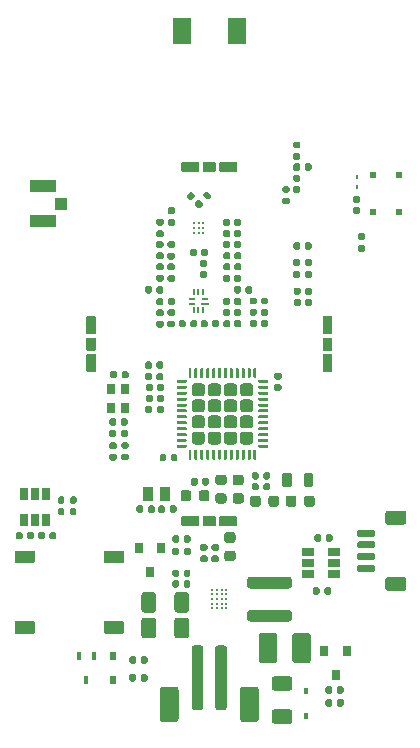
<source format=gtp>
G04 #@! TF.GenerationSoftware,KiCad,Pcbnew,(5.1.8)-1*
G04 #@! TF.CreationDate,2020-11-30T00:12:40+01:00*
G04 #@! TF.ProjectId,generic_node,67656e65-7269-4635-9f6e-6f64652e6b69,1.1*
G04 #@! TF.SameCoordinates,PX510ff40PY6422c40*
G04 #@! TF.FileFunction,Paste,Top*
G04 #@! TF.FilePolarity,Positive*
%FSLAX46Y46*%
G04 Gerber Fmt 4.6, Leading zero omitted, Abs format (unit mm)*
G04 Created by KiCad (PCBNEW (5.1.8)-1) date 2020-11-30 00:12:40*
%MOMM*%
%LPD*%
G01*
G04 APERTURE LIST*
%ADD10R,0.500000X0.710000*%
%ADD11R,0.800000X0.900000*%
%ADD12R,1.610000X2.260000*%
%ADD13R,0.563000X0.225000*%
%ADD14R,0.225000X0.563000*%
%ADD15R,0.663000X0.225000*%
%ADD16C,0.250000*%
%ADD17C,0.210000*%
%ADD18R,1.060000X0.650000*%
%ADD19R,0.450000X0.700000*%
%ADD20R,0.650000X1.060000*%
%ADD21R,0.450000X0.600000*%
%ADD22R,0.250000X0.360000*%
%ADD23R,2.200000X1.050000*%
%ADD24R,1.050000X1.000000*%
%ADD25R,0.900000X1.150000*%
%ADD26R,0.550000X0.500000*%
G04 APERTURE END LIST*
D10*
X-8120000Y-25915000D03*
X-8120000Y-23925000D03*
G36*
G01*
X8000000Y-9480000D02*
X8000000Y-8520000D01*
G75*
G02*
X8120000Y-8400000I120000J0D01*
G01*
X8680000Y-8400000D01*
G75*
G02*
X8800000Y-8520000I0J-120000D01*
G01*
X8800000Y-9480000D01*
G75*
G02*
X8680000Y-9600000I-120000J0D01*
G01*
X8120000Y-9600000D01*
G75*
G02*
X8000000Y-9480000I0J120000D01*
G01*
G37*
G36*
G01*
X6200000Y-9480000D02*
X6200000Y-8520000D01*
G75*
G02*
X6320000Y-8400000I120000J0D01*
G01*
X6880000Y-8400000D01*
G75*
G02*
X7000000Y-8520000I0J-120000D01*
G01*
X7000000Y-9480000D01*
G75*
G02*
X6880000Y-9600000I-120000J0D01*
G01*
X6320000Y-9600000D01*
G75*
G02*
X6200000Y-9480000I0J120000D01*
G01*
G37*
G36*
G01*
X-2350000Y17152800D02*
X-2350000Y17847200D01*
G75*
G02*
X-2297200Y17900000I52800J0D01*
G01*
X-902800Y17900000D01*
G75*
G02*
X-850000Y17847200I0J-52800D01*
G01*
X-850000Y17152800D01*
G75*
G02*
X-902800Y17100000I-52800J0D01*
G01*
X-2297200Y17100000D01*
G75*
G02*
X-2350000Y17152800I0J52800D01*
G01*
G37*
G36*
G01*
X850000Y17152800D02*
X850000Y17847200D01*
G75*
G02*
X902800Y17900000I52800J0D01*
G01*
X2297200Y17900000D01*
G75*
G02*
X2350000Y17847200I0J-52800D01*
G01*
X2350000Y17152800D01*
G75*
G02*
X2297200Y17100000I-52800J0D01*
G01*
X902800Y17100000D01*
G75*
G02*
X850000Y17152800I0J52800D01*
G01*
G37*
G36*
G01*
X-550000Y17152800D02*
X-550000Y17847200D01*
G75*
G02*
X-497200Y17900000I52800J0D01*
G01*
X497200Y17900000D01*
G75*
G02*
X550000Y17847200I0J-52800D01*
G01*
X550000Y17152800D01*
G75*
G02*
X497200Y17100000I-52800J0D01*
G01*
X-497200Y17100000D01*
G75*
G02*
X-550000Y17152800I0J52800D01*
G01*
G37*
G36*
G01*
X-9652800Y150000D02*
X-10347200Y150000D01*
G75*
G02*
X-10400000Y202800I0J52800D01*
G01*
X-10400000Y1597200D01*
G75*
G02*
X-10347200Y1650000I52800J0D01*
G01*
X-9652800Y1650000D01*
G75*
G02*
X-9600000Y1597200I0J-52800D01*
G01*
X-9600000Y202800D01*
G75*
G02*
X-9652800Y150000I-52800J0D01*
G01*
G37*
G36*
G01*
X-9652800Y3350000D02*
X-10347200Y3350000D01*
G75*
G02*
X-10400000Y3402800I0J52800D01*
G01*
X-10400000Y4797200D01*
G75*
G02*
X-10347200Y4850000I52800J0D01*
G01*
X-9652800Y4850000D01*
G75*
G02*
X-9600000Y4797200I0J-52800D01*
G01*
X-9600000Y3402800D01*
G75*
G02*
X-9652800Y3350000I-52800J0D01*
G01*
G37*
G36*
G01*
X-9652800Y1950000D02*
X-10347200Y1950000D01*
G75*
G02*
X-10400000Y2002800I0J52800D01*
G01*
X-10400000Y2997200D01*
G75*
G02*
X-10347200Y3050000I52800J0D01*
G01*
X-9652800Y3050000D01*
G75*
G02*
X-9600000Y2997200I0J-52800D01*
G01*
X-9600000Y2002800D01*
G75*
G02*
X-9652800Y1950000I-52800J0D01*
G01*
G37*
G36*
G01*
X-2350000Y-12837200D02*
X-2350000Y-12142800D01*
G75*
G02*
X-2297200Y-12090000I52800J0D01*
G01*
X-902800Y-12090000D01*
G75*
G02*
X-850000Y-12142800I0J-52800D01*
G01*
X-850000Y-12837200D01*
G75*
G02*
X-902800Y-12890000I-52800J0D01*
G01*
X-2297200Y-12890000D01*
G75*
G02*
X-2350000Y-12837200I0J52800D01*
G01*
G37*
G36*
G01*
X850000Y-12837200D02*
X850000Y-12142800D01*
G75*
G02*
X902800Y-12090000I52800J0D01*
G01*
X2297200Y-12090000D01*
G75*
G02*
X2350000Y-12142800I0J-52800D01*
G01*
X2350000Y-12837200D01*
G75*
G02*
X2297200Y-12890000I-52800J0D01*
G01*
X902800Y-12890000D01*
G75*
G02*
X850000Y-12837200I0J52800D01*
G01*
G37*
G36*
G01*
X-550000Y-12837200D02*
X-550000Y-12142800D01*
G75*
G02*
X-497200Y-12090000I52800J0D01*
G01*
X497200Y-12090000D01*
G75*
G02*
X550000Y-12142800I0J-52800D01*
G01*
X550000Y-12837200D01*
G75*
G02*
X497200Y-12890000I-52800J0D01*
G01*
X-497200Y-12890000D01*
G75*
G02*
X-550000Y-12837200I0J52800D01*
G01*
G37*
G36*
G01*
X10347200Y150000D02*
X9652800Y150000D01*
G75*
G02*
X9600000Y202800I0J52800D01*
G01*
X9600000Y1597200D01*
G75*
G02*
X9652800Y1650000I52800J0D01*
G01*
X10347200Y1650000D01*
G75*
G02*
X10400000Y1597200I0J-52800D01*
G01*
X10400000Y202800D01*
G75*
G02*
X10347200Y150000I-52800J0D01*
G01*
G37*
G36*
G01*
X10347200Y3350000D02*
X9652800Y3350000D01*
G75*
G02*
X9600000Y3402800I0J52800D01*
G01*
X9600000Y4797200D01*
G75*
G02*
X9652800Y4850000I52800J0D01*
G01*
X10347200Y4850000D01*
G75*
G02*
X10400000Y4797200I0J-52800D01*
G01*
X10400000Y3402800D01*
G75*
G02*
X10347200Y3350000I-52800J0D01*
G01*
G37*
G36*
G01*
X10347200Y1950000D02*
X9652800Y1950000D01*
G75*
G02*
X9600000Y2002800I0J52800D01*
G01*
X9600000Y2997200D01*
G75*
G02*
X9652800Y3050000I52800J0D01*
G01*
X10347200Y3050000D01*
G75*
G02*
X10400000Y2997200I0J-52800D01*
G01*
X10400000Y2002800D01*
G75*
G02*
X10347200Y1950000I-52800J0D01*
G01*
G37*
D11*
X-8355300Y-2939500D03*
X-7105300Y-1289500D03*
X-8355300Y-1289500D03*
X-7105300Y-2939500D03*
G36*
G01*
X3451700Y-20000600D02*
X6748300Y-20000600D01*
G75*
G02*
X6998000Y-20250300I0J-249700D01*
G01*
X6998000Y-20749700D01*
G75*
G02*
X6748300Y-20999400I-249700J0D01*
G01*
X3451700Y-20999400D01*
G75*
G02*
X3202000Y-20749700I0J249700D01*
G01*
X3202000Y-20250300D01*
G75*
G02*
X3451700Y-20000600I249700J0D01*
G01*
G37*
G36*
G01*
X3451700Y-17200600D02*
X6748300Y-17200600D01*
G75*
G02*
X6998000Y-17450300I0J-249700D01*
G01*
X6998000Y-17949700D01*
G75*
G02*
X6748300Y-18199400I-249700J0D01*
G01*
X3451700Y-18199400D01*
G75*
G02*
X3202000Y-17949700I0J249700D01*
G01*
X3202000Y-17450300D01*
G75*
G02*
X3451700Y-17200600I249700J0D01*
G01*
G37*
G36*
G01*
X-16470000Y-21942000D02*
X-16470000Y-21018000D01*
G75*
G02*
X-16407000Y-20955000I63000J0D01*
G01*
X-14853000Y-20955000D01*
G75*
G02*
X-14790000Y-21018000I0J-63000D01*
G01*
X-14790000Y-21942000D01*
G75*
G02*
X-14853000Y-22005000I-63000J0D01*
G01*
X-16407000Y-22005000D01*
G75*
G02*
X-16470000Y-21942000I0J63000D01*
G01*
G37*
G36*
G01*
X-16470000Y-15982000D02*
X-16470000Y-15058000D01*
G75*
G02*
X-16407000Y-14995000I63000J0D01*
G01*
X-14853000Y-14995000D01*
G75*
G02*
X-14790000Y-15058000I0J-63000D01*
G01*
X-14790000Y-15982000D01*
G75*
G02*
X-14853000Y-16045000I-63000J0D01*
G01*
X-16407000Y-16045000D01*
G75*
G02*
X-16470000Y-15982000I0J63000D01*
G01*
G37*
G36*
G01*
X-8910000Y-21942000D02*
X-8910000Y-21018000D01*
G75*
G02*
X-8847000Y-20955000I63000J0D01*
G01*
X-7293000Y-20955000D01*
G75*
G02*
X-7230000Y-21018000I0J-63000D01*
G01*
X-7230000Y-21942000D01*
G75*
G02*
X-7293000Y-22005000I-63000J0D01*
G01*
X-8847000Y-22005000D01*
G75*
G02*
X-8910000Y-21942000I0J63000D01*
G01*
G37*
G36*
G01*
X-8910000Y-15982000D02*
X-8910000Y-15058000D01*
G75*
G02*
X-8847000Y-14995000I63000J0D01*
G01*
X-7293000Y-14995000D01*
G75*
G02*
X-7230000Y-15058000I0J-63000D01*
G01*
X-7230000Y-15982000D01*
G75*
G02*
X-7293000Y-16045000I-63000J0D01*
G01*
X-8847000Y-16045000D01*
G75*
G02*
X-8910000Y-15982000I0J63000D01*
G01*
G37*
D12*
X-2325000Y29000000D03*
X2325000Y29000000D03*
G36*
G01*
X-11788000Y-11869000D02*
X-11788000Y-11499000D01*
G75*
G02*
X-11653000Y-11364000I135000J0D01*
G01*
X-11383000Y-11364000D01*
G75*
G02*
X-11248000Y-11499000I0J-135000D01*
G01*
X-11248000Y-11869000D01*
G75*
G02*
X-11383000Y-12004000I-135000J0D01*
G01*
X-11653000Y-12004000D01*
G75*
G02*
X-11788000Y-11869000I0J135000D01*
G01*
G37*
G36*
G01*
X-12808000Y-11869000D02*
X-12808000Y-11499000D01*
G75*
G02*
X-12673000Y-11364000I135000J0D01*
G01*
X-12403000Y-11364000D01*
G75*
G02*
X-12268000Y-11499000I0J-135000D01*
G01*
X-12268000Y-11869000D01*
G75*
G02*
X-12403000Y-12004000I-135000J0D01*
G01*
X-12673000Y-12004000D01*
G75*
G02*
X-12808000Y-11869000I0J135000D01*
G01*
G37*
D13*
X-350500Y6337000D03*
D14*
X-519000Y6905500D03*
X-919000Y6905500D03*
X-1319000Y6905500D03*
D13*
X-1487500Y6337000D03*
X-1487500Y5937000D03*
D14*
X-1319000Y5368500D03*
X-919000Y5368500D03*
X-519000Y5368500D03*
D15*
X-400500Y5937000D03*
D16*
X-900000Y12350000D03*
X-900000Y11950000D03*
X-1300000Y11950000D03*
X-1300000Y12350000D03*
X-1300000Y12750000D03*
X-900000Y12750000D03*
X-500000Y12750000D03*
X-500000Y12350000D03*
X-500000Y11950000D03*
G36*
G01*
X4995000Y-6096000D02*
X4995000Y-6221000D01*
G75*
G02*
X4932500Y-6283500I-62500J0D01*
G01*
X4207500Y-6283500D01*
G75*
G02*
X4145000Y-6221000I0J62500D01*
G01*
X4145000Y-6096000D01*
G75*
G02*
X4207500Y-6033500I62500J0D01*
G01*
X4932500Y-6033500D01*
G75*
G02*
X4995000Y-6096000I0J-62500D01*
G01*
G37*
G36*
G01*
X4995000Y-5596000D02*
X4995000Y-5721000D01*
G75*
G02*
X4932500Y-5783500I-62500J0D01*
G01*
X4207500Y-5783500D01*
G75*
G02*
X4145000Y-5721000I0J62500D01*
G01*
X4145000Y-5596000D01*
G75*
G02*
X4207500Y-5533500I62500J0D01*
G01*
X4932500Y-5533500D01*
G75*
G02*
X4995000Y-5596000I0J-62500D01*
G01*
G37*
G36*
G01*
X4995000Y-5096000D02*
X4995000Y-5221000D01*
G75*
G02*
X4932500Y-5283500I-62500J0D01*
G01*
X4207500Y-5283500D01*
G75*
G02*
X4145000Y-5221000I0J62500D01*
G01*
X4145000Y-5096000D01*
G75*
G02*
X4207500Y-5033500I62500J0D01*
G01*
X4932500Y-5033500D01*
G75*
G02*
X4995000Y-5096000I0J-62500D01*
G01*
G37*
G36*
G01*
X4995000Y-4596000D02*
X4995000Y-4721000D01*
G75*
G02*
X4932500Y-4783500I-62500J0D01*
G01*
X4207500Y-4783500D01*
G75*
G02*
X4145000Y-4721000I0J62500D01*
G01*
X4145000Y-4596000D01*
G75*
G02*
X4207500Y-4533500I62500J0D01*
G01*
X4932500Y-4533500D01*
G75*
G02*
X4995000Y-4596000I0J-62500D01*
G01*
G37*
G36*
G01*
X4995000Y-4096000D02*
X4995000Y-4221000D01*
G75*
G02*
X4932500Y-4283500I-62500J0D01*
G01*
X4207500Y-4283500D01*
G75*
G02*
X4145000Y-4221000I0J62500D01*
G01*
X4145000Y-4096000D01*
G75*
G02*
X4207500Y-4033500I62500J0D01*
G01*
X4932500Y-4033500D01*
G75*
G02*
X4995000Y-4096000I0J-62500D01*
G01*
G37*
G36*
G01*
X4995000Y-3596000D02*
X4995000Y-3721000D01*
G75*
G02*
X4932500Y-3783500I-62500J0D01*
G01*
X4207500Y-3783500D01*
G75*
G02*
X4145000Y-3721000I0J62500D01*
G01*
X4145000Y-3596000D01*
G75*
G02*
X4207500Y-3533500I62500J0D01*
G01*
X4932500Y-3533500D01*
G75*
G02*
X4995000Y-3596000I0J-62500D01*
G01*
G37*
G36*
G01*
X4995000Y-3096000D02*
X4995000Y-3221000D01*
G75*
G02*
X4932500Y-3283500I-62500J0D01*
G01*
X4207500Y-3283500D01*
G75*
G02*
X4145000Y-3221000I0J62500D01*
G01*
X4145000Y-3096000D01*
G75*
G02*
X4207500Y-3033500I62500J0D01*
G01*
X4932500Y-3033500D01*
G75*
G02*
X4995000Y-3096000I0J-62500D01*
G01*
G37*
G36*
G01*
X4995000Y-2596000D02*
X4995000Y-2721000D01*
G75*
G02*
X4932500Y-2783500I-62500J0D01*
G01*
X4207500Y-2783500D01*
G75*
G02*
X4145000Y-2721000I0J62500D01*
G01*
X4145000Y-2596000D01*
G75*
G02*
X4207500Y-2533500I62500J0D01*
G01*
X4932500Y-2533500D01*
G75*
G02*
X4995000Y-2596000I0J-62500D01*
G01*
G37*
G36*
G01*
X4995000Y-2096000D02*
X4995000Y-2221000D01*
G75*
G02*
X4932500Y-2283500I-62500J0D01*
G01*
X4207500Y-2283500D01*
G75*
G02*
X4145000Y-2221000I0J62500D01*
G01*
X4145000Y-2096000D01*
G75*
G02*
X4207500Y-2033500I62500J0D01*
G01*
X4932500Y-2033500D01*
G75*
G02*
X4995000Y-2096000I0J-62500D01*
G01*
G37*
G36*
G01*
X4995000Y-1596000D02*
X4995000Y-1721000D01*
G75*
G02*
X4932500Y-1783500I-62500J0D01*
G01*
X4207500Y-1783500D01*
G75*
G02*
X4145000Y-1721000I0J62500D01*
G01*
X4145000Y-1596000D01*
G75*
G02*
X4207500Y-1533500I62500J0D01*
G01*
X4932500Y-1533500D01*
G75*
G02*
X4995000Y-1596000I0J-62500D01*
G01*
G37*
G36*
G01*
X4995000Y-1096000D02*
X4995000Y-1221000D01*
G75*
G02*
X4932500Y-1283500I-62500J0D01*
G01*
X4207500Y-1283500D01*
G75*
G02*
X4145000Y-1221000I0J62500D01*
G01*
X4145000Y-1096000D01*
G75*
G02*
X4207500Y-1033500I62500J0D01*
G01*
X4932500Y-1033500D01*
G75*
G02*
X4995000Y-1096000I0J-62500D01*
G01*
G37*
G36*
G01*
X4995000Y-596000D02*
X4995000Y-721000D01*
G75*
G02*
X4932500Y-783500I-62500J0D01*
G01*
X4207500Y-783500D01*
G75*
G02*
X4145000Y-721000I0J62500D01*
G01*
X4145000Y-596000D01*
G75*
G02*
X4207500Y-533500I62500J0D01*
G01*
X4932500Y-533500D01*
G75*
G02*
X4995000Y-596000I0J-62500D01*
G01*
G37*
G36*
G01*
X3995000Y404000D02*
X3995000Y-321000D01*
G75*
G02*
X3932500Y-383500I-62500J0D01*
G01*
X3807500Y-383500D01*
G75*
G02*
X3745000Y-321000I0J62500D01*
G01*
X3745000Y404000D01*
G75*
G02*
X3807500Y466500I62500J0D01*
G01*
X3932500Y466500D01*
G75*
G02*
X3995000Y404000I0J-62500D01*
G01*
G37*
G36*
G01*
X3495000Y404000D02*
X3495000Y-321000D01*
G75*
G02*
X3432500Y-383500I-62500J0D01*
G01*
X3307500Y-383500D01*
G75*
G02*
X3245000Y-321000I0J62500D01*
G01*
X3245000Y404000D01*
G75*
G02*
X3307500Y466500I62500J0D01*
G01*
X3432500Y466500D01*
G75*
G02*
X3495000Y404000I0J-62500D01*
G01*
G37*
G36*
G01*
X2995000Y404000D02*
X2995000Y-321000D01*
G75*
G02*
X2932500Y-383500I-62500J0D01*
G01*
X2807500Y-383500D01*
G75*
G02*
X2745000Y-321000I0J62500D01*
G01*
X2745000Y404000D01*
G75*
G02*
X2807500Y466500I62500J0D01*
G01*
X2932500Y466500D01*
G75*
G02*
X2995000Y404000I0J-62500D01*
G01*
G37*
G36*
G01*
X2495000Y404000D02*
X2495000Y-321000D01*
G75*
G02*
X2432500Y-383500I-62500J0D01*
G01*
X2307500Y-383500D01*
G75*
G02*
X2245000Y-321000I0J62500D01*
G01*
X2245000Y404000D01*
G75*
G02*
X2307500Y466500I62500J0D01*
G01*
X2432500Y466500D01*
G75*
G02*
X2495000Y404000I0J-62500D01*
G01*
G37*
G36*
G01*
X1995000Y404000D02*
X1995000Y-321000D01*
G75*
G02*
X1932500Y-383500I-62500J0D01*
G01*
X1807500Y-383500D01*
G75*
G02*
X1745000Y-321000I0J62500D01*
G01*
X1745000Y404000D01*
G75*
G02*
X1807500Y466500I62500J0D01*
G01*
X1932500Y466500D01*
G75*
G02*
X1995000Y404000I0J-62500D01*
G01*
G37*
G36*
G01*
X1495000Y404000D02*
X1495000Y-321000D01*
G75*
G02*
X1432500Y-383500I-62500J0D01*
G01*
X1307500Y-383500D01*
G75*
G02*
X1245000Y-321000I0J62500D01*
G01*
X1245000Y404000D01*
G75*
G02*
X1307500Y466500I62500J0D01*
G01*
X1432500Y466500D01*
G75*
G02*
X1495000Y404000I0J-62500D01*
G01*
G37*
G36*
G01*
X995000Y404000D02*
X995000Y-321000D01*
G75*
G02*
X932500Y-383500I-62500J0D01*
G01*
X807500Y-383500D01*
G75*
G02*
X745000Y-321000I0J62500D01*
G01*
X745000Y404000D01*
G75*
G02*
X807500Y466500I62500J0D01*
G01*
X932500Y466500D01*
G75*
G02*
X995000Y404000I0J-62500D01*
G01*
G37*
G36*
G01*
X495000Y404000D02*
X495000Y-321000D01*
G75*
G02*
X432500Y-383500I-62500J0D01*
G01*
X307500Y-383500D01*
G75*
G02*
X245000Y-321000I0J62500D01*
G01*
X245000Y404000D01*
G75*
G02*
X307500Y466500I62500J0D01*
G01*
X432500Y466500D01*
G75*
G02*
X495000Y404000I0J-62500D01*
G01*
G37*
G36*
G01*
X-5000Y404000D02*
X-5000Y-321000D01*
G75*
G02*
X-67500Y-383500I-62500J0D01*
G01*
X-192500Y-383500D01*
G75*
G02*
X-255000Y-321000I0J62500D01*
G01*
X-255000Y404000D01*
G75*
G02*
X-192500Y466500I62500J0D01*
G01*
X-67500Y466500D01*
G75*
G02*
X-5000Y404000I0J-62500D01*
G01*
G37*
G36*
G01*
X-505000Y404000D02*
X-505000Y-321000D01*
G75*
G02*
X-567500Y-383500I-62500J0D01*
G01*
X-692500Y-383500D01*
G75*
G02*
X-755000Y-321000I0J62500D01*
G01*
X-755000Y404000D01*
G75*
G02*
X-692500Y466500I62500J0D01*
G01*
X-567500Y466500D01*
G75*
G02*
X-505000Y404000I0J-62500D01*
G01*
G37*
G36*
G01*
X-1005000Y404000D02*
X-1005000Y-321000D01*
G75*
G02*
X-1067500Y-383500I-62500J0D01*
G01*
X-1192500Y-383500D01*
G75*
G02*
X-1255000Y-321000I0J62500D01*
G01*
X-1255000Y404000D01*
G75*
G02*
X-1192500Y466500I62500J0D01*
G01*
X-1067500Y466500D01*
G75*
G02*
X-1005000Y404000I0J-62500D01*
G01*
G37*
G36*
G01*
X-1505000Y404000D02*
X-1505000Y-321000D01*
G75*
G02*
X-1567500Y-383500I-62500J0D01*
G01*
X-1692500Y-383500D01*
G75*
G02*
X-1755000Y-321000I0J62500D01*
G01*
X-1755000Y404000D01*
G75*
G02*
X-1692500Y466500I62500J0D01*
G01*
X-1567500Y466500D01*
G75*
G02*
X-1505000Y404000I0J-62500D01*
G01*
G37*
G36*
G01*
X-1905000Y-596000D02*
X-1905000Y-721000D01*
G75*
G02*
X-1967500Y-783500I-62500J0D01*
G01*
X-2692500Y-783500D01*
G75*
G02*
X-2755000Y-721000I0J62500D01*
G01*
X-2755000Y-596000D01*
G75*
G02*
X-2692500Y-533500I62500J0D01*
G01*
X-1967500Y-533500D01*
G75*
G02*
X-1905000Y-596000I0J-62500D01*
G01*
G37*
G36*
G01*
X-1905000Y-1096000D02*
X-1905000Y-1221000D01*
G75*
G02*
X-1967500Y-1283500I-62500J0D01*
G01*
X-2692500Y-1283500D01*
G75*
G02*
X-2755000Y-1221000I0J62500D01*
G01*
X-2755000Y-1096000D01*
G75*
G02*
X-2692500Y-1033500I62500J0D01*
G01*
X-1967500Y-1033500D01*
G75*
G02*
X-1905000Y-1096000I0J-62500D01*
G01*
G37*
G36*
G01*
X-1905000Y-1596000D02*
X-1905000Y-1721000D01*
G75*
G02*
X-1967500Y-1783500I-62500J0D01*
G01*
X-2692500Y-1783500D01*
G75*
G02*
X-2755000Y-1721000I0J62500D01*
G01*
X-2755000Y-1596000D01*
G75*
G02*
X-2692500Y-1533500I62500J0D01*
G01*
X-1967500Y-1533500D01*
G75*
G02*
X-1905000Y-1596000I0J-62500D01*
G01*
G37*
G36*
G01*
X-1905000Y-2096000D02*
X-1905000Y-2221000D01*
G75*
G02*
X-1967500Y-2283500I-62500J0D01*
G01*
X-2692500Y-2283500D01*
G75*
G02*
X-2755000Y-2221000I0J62500D01*
G01*
X-2755000Y-2096000D01*
G75*
G02*
X-2692500Y-2033500I62500J0D01*
G01*
X-1967500Y-2033500D01*
G75*
G02*
X-1905000Y-2096000I0J-62500D01*
G01*
G37*
G36*
G01*
X-1905000Y-2596000D02*
X-1905000Y-2721000D01*
G75*
G02*
X-1967500Y-2783500I-62500J0D01*
G01*
X-2692500Y-2783500D01*
G75*
G02*
X-2755000Y-2721000I0J62500D01*
G01*
X-2755000Y-2596000D01*
G75*
G02*
X-2692500Y-2533500I62500J0D01*
G01*
X-1967500Y-2533500D01*
G75*
G02*
X-1905000Y-2596000I0J-62500D01*
G01*
G37*
G36*
G01*
X-1905000Y-3096000D02*
X-1905000Y-3221000D01*
G75*
G02*
X-1967500Y-3283500I-62500J0D01*
G01*
X-2692500Y-3283500D01*
G75*
G02*
X-2755000Y-3221000I0J62500D01*
G01*
X-2755000Y-3096000D01*
G75*
G02*
X-2692500Y-3033500I62500J0D01*
G01*
X-1967500Y-3033500D01*
G75*
G02*
X-1905000Y-3096000I0J-62500D01*
G01*
G37*
G36*
G01*
X-1905000Y-3596000D02*
X-1905000Y-3721000D01*
G75*
G02*
X-1967500Y-3783500I-62500J0D01*
G01*
X-2692500Y-3783500D01*
G75*
G02*
X-2755000Y-3721000I0J62500D01*
G01*
X-2755000Y-3596000D01*
G75*
G02*
X-2692500Y-3533500I62500J0D01*
G01*
X-1967500Y-3533500D01*
G75*
G02*
X-1905000Y-3596000I0J-62500D01*
G01*
G37*
G36*
G01*
X-1905000Y-4096000D02*
X-1905000Y-4221000D01*
G75*
G02*
X-1967500Y-4283500I-62500J0D01*
G01*
X-2692500Y-4283500D01*
G75*
G02*
X-2755000Y-4221000I0J62500D01*
G01*
X-2755000Y-4096000D01*
G75*
G02*
X-2692500Y-4033500I62500J0D01*
G01*
X-1967500Y-4033500D01*
G75*
G02*
X-1905000Y-4096000I0J-62500D01*
G01*
G37*
G36*
G01*
X-1905000Y-4596000D02*
X-1905000Y-4721000D01*
G75*
G02*
X-1967500Y-4783500I-62500J0D01*
G01*
X-2692500Y-4783500D01*
G75*
G02*
X-2755000Y-4721000I0J62500D01*
G01*
X-2755000Y-4596000D01*
G75*
G02*
X-2692500Y-4533500I62500J0D01*
G01*
X-1967500Y-4533500D01*
G75*
G02*
X-1905000Y-4596000I0J-62500D01*
G01*
G37*
G36*
G01*
X-1905000Y-5096000D02*
X-1905000Y-5221000D01*
G75*
G02*
X-1967500Y-5283500I-62500J0D01*
G01*
X-2692500Y-5283500D01*
G75*
G02*
X-2755000Y-5221000I0J62500D01*
G01*
X-2755000Y-5096000D01*
G75*
G02*
X-2692500Y-5033500I62500J0D01*
G01*
X-1967500Y-5033500D01*
G75*
G02*
X-1905000Y-5096000I0J-62500D01*
G01*
G37*
G36*
G01*
X-1905000Y-5596000D02*
X-1905000Y-5721000D01*
G75*
G02*
X-1967500Y-5783500I-62500J0D01*
G01*
X-2692500Y-5783500D01*
G75*
G02*
X-2755000Y-5721000I0J62500D01*
G01*
X-2755000Y-5596000D01*
G75*
G02*
X-2692500Y-5533500I62500J0D01*
G01*
X-1967500Y-5533500D01*
G75*
G02*
X-1905000Y-5596000I0J-62500D01*
G01*
G37*
G36*
G01*
X-1905000Y-6096000D02*
X-1905000Y-6221000D01*
G75*
G02*
X-1967500Y-6283500I-62500J0D01*
G01*
X-2692500Y-6283500D01*
G75*
G02*
X-2755000Y-6221000I0J62500D01*
G01*
X-2755000Y-6096000D01*
G75*
G02*
X-2692500Y-6033500I62500J0D01*
G01*
X-1967500Y-6033500D01*
G75*
G02*
X-1905000Y-6096000I0J-62500D01*
G01*
G37*
G36*
G01*
X-1505000Y-6496000D02*
X-1505000Y-7221000D01*
G75*
G02*
X-1567500Y-7283500I-62500J0D01*
G01*
X-1692500Y-7283500D01*
G75*
G02*
X-1755000Y-7221000I0J62500D01*
G01*
X-1755000Y-6496000D01*
G75*
G02*
X-1692500Y-6433500I62500J0D01*
G01*
X-1567500Y-6433500D01*
G75*
G02*
X-1505000Y-6496000I0J-62500D01*
G01*
G37*
G36*
G01*
X-1005000Y-6496000D02*
X-1005000Y-7221000D01*
G75*
G02*
X-1067500Y-7283500I-62500J0D01*
G01*
X-1192500Y-7283500D01*
G75*
G02*
X-1255000Y-7221000I0J62500D01*
G01*
X-1255000Y-6496000D01*
G75*
G02*
X-1192500Y-6433500I62500J0D01*
G01*
X-1067500Y-6433500D01*
G75*
G02*
X-1005000Y-6496000I0J-62500D01*
G01*
G37*
G36*
G01*
X-505000Y-6496000D02*
X-505000Y-7221000D01*
G75*
G02*
X-567500Y-7283500I-62500J0D01*
G01*
X-692500Y-7283500D01*
G75*
G02*
X-755000Y-7221000I0J62500D01*
G01*
X-755000Y-6496000D01*
G75*
G02*
X-692500Y-6433500I62500J0D01*
G01*
X-567500Y-6433500D01*
G75*
G02*
X-505000Y-6496000I0J-62500D01*
G01*
G37*
G36*
G01*
X-5000Y-6496000D02*
X-5000Y-7221000D01*
G75*
G02*
X-67500Y-7283500I-62500J0D01*
G01*
X-192500Y-7283500D01*
G75*
G02*
X-255000Y-7221000I0J62500D01*
G01*
X-255000Y-6496000D01*
G75*
G02*
X-192500Y-6433500I62500J0D01*
G01*
X-67500Y-6433500D01*
G75*
G02*
X-5000Y-6496000I0J-62500D01*
G01*
G37*
G36*
G01*
X495000Y-6496000D02*
X495000Y-7221000D01*
G75*
G02*
X432500Y-7283500I-62500J0D01*
G01*
X307500Y-7283500D01*
G75*
G02*
X245000Y-7221000I0J62500D01*
G01*
X245000Y-6496000D01*
G75*
G02*
X307500Y-6433500I62500J0D01*
G01*
X432500Y-6433500D01*
G75*
G02*
X495000Y-6496000I0J-62500D01*
G01*
G37*
G36*
G01*
X995000Y-6496000D02*
X995000Y-7221000D01*
G75*
G02*
X932500Y-7283500I-62500J0D01*
G01*
X807500Y-7283500D01*
G75*
G02*
X745000Y-7221000I0J62500D01*
G01*
X745000Y-6496000D01*
G75*
G02*
X807500Y-6433500I62500J0D01*
G01*
X932500Y-6433500D01*
G75*
G02*
X995000Y-6496000I0J-62500D01*
G01*
G37*
G36*
G01*
X1495000Y-6496000D02*
X1495000Y-7221000D01*
G75*
G02*
X1432500Y-7283500I-62500J0D01*
G01*
X1307500Y-7283500D01*
G75*
G02*
X1245000Y-7221000I0J62500D01*
G01*
X1245000Y-6496000D01*
G75*
G02*
X1307500Y-6433500I62500J0D01*
G01*
X1432500Y-6433500D01*
G75*
G02*
X1495000Y-6496000I0J-62500D01*
G01*
G37*
G36*
G01*
X1995000Y-6496000D02*
X1995000Y-7221000D01*
G75*
G02*
X1932500Y-7283500I-62500J0D01*
G01*
X1807500Y-7283500D01*
G75*
G02*
X1745000Y-7221000I0J62500D01*
G01*
X1745000Y-6496000D01*
G75*
G02*
X1807500Y-6433500I62500J0D01*
G01*
X1932500Y-6433500D01*
G75*
G02*
X1995000Y-6496000I0J-62500D01*
G01*
G37*
G36*
G01*
X2495000Y-6496000D02*
X2495000Y-7221000D01*
G75*
G02*
X2432500Y-7283500I-62500J0D01*
G01*
X2307500Y-7283500D01*
G75*
G02*
X2245000Y-7221000I0J62500D01*
G01*
X2245000Y-6496000D01*
G75*
G02*
X2307500Y-6433500I62500J0D01*
G01*
X2432500Y-6433500D01*
G75*
G02*
X2495000Y-6496000I0J-62500D01*
G01*
G37*
G36*
G01*
X2995000Y-6496000D02*
X2995000Y-7221000D01*
G75*
G02*
X2932500Y-7283500I-62500J0D01*
G01*
X2807500Y-7283500D01*
G75*
G02*
X2745000Y-7221000I0J62500D01*
G01*
X2745000Y-6496000D01*
G75*
G02*
X2807500Y-6433500I62500J0D01*
G01*
X2932500Y-6433500D01*
G75*
G02*
X2995000Y-6496000I0J-62500D01*
G01*
G37*
G36*
G01*
X3495000Y-6496000D02*
X3495000Y-7221000D01*
G75*
G02*
X3432500Y-7283500I-62500J0D01*
G01*
X3307500Y-7283500D01*
G75*
G02*
X3245000Y-7221000I0J62500D01*
G01*
X3245000Y-6496000D01*
G75*
G02*
X3307500Y-6433500I62500J0D01*
G01*
X3432500Y-6433500D01*
G75*
G02*
X3495000Y-6496000I0J-62500D01*
G01*
G37*
G36*
G01*
X3995000Y-6496000D02*
X3995000Y-7221000D01*
G75*
G02*
X3932500Y-7283500I-62500J0D01*
G01*
X3807500Y-7283500D01*
G75*
G02*
X3745000Y-7221000I0J62500D01*
G01*
X3745000Y-6496000D01*
G75*
G02*
X3807500Y-6433500I62500J0D01*
G01*
X3932500Y-6433500D01*
G75*
G02*
X3995000Y-6496000I0J-62500D01*
G01*
G37*
G36*
G01*
X3710000Y-5148500D02*
X3710000Y-5748500D01*
G75*
G02*
X3460000Y-5998500I-250000J0D01*
G01*
X2860000Y-5998500D01*
G75*
G02*
X2610000Y-5748500I0J250000D01*
G01*
X2610000Y-5148500D01*
G75*
G02*
X2860000Y-4898500I250000J0D01*
G01*
X3460000Y-4898500D01*
G75*
G02*
X3710000Y-5148500I0J-250000D01*
G01*
G37*
G36*
G01*
X3710000Y-3788500D02*
X3710000Y-4388500D01*
G75*
G02*
X3460000Y-4638500I-250000J0D01*
G01*
X2860000Y-4638500D01*
G75*
G02*
X2610000Y-4388500I0J250000D01*
G01*
X2610000Y-3788500D01*
G75*
G02*
X2860000Y-3538500I250000J0D01*
G01*
X3460000Y-3538500D01*
G75*
G02*
X3710000Y-3788500I0J-250000D01*
G01*
G37*
G36*
G01*
X3710000Y-2428500D02*
X3710000Y-3028500D01*
G75*
G02*
X3460000Y-3278500I-250000J0D01*
G01*
X2860000Y-3278500D01*
G75*
G02*
X2610000Y-3028500I0J250000D01*
G01*
X2610000Y-2428500D01*
G75*
G02*
X2860000Y-2178500I250000J0D01*
G01*
X3460000Y-2178500D01*
G75*
G02*
X3710000Y-2428500I0J-250000D01*
G01*
G37*
G36*
G01*
X3710000Y-1068500D02*
X3710000Y-1668500D01*
G75*
G02*
X3460000Y-1918500I-250000J0D01*
G01*
X2860000Y-1918500D01*
G75*
G02*
X2610000Y-1668500I0J250000D01*
G01*
X2610000Y-1068500D01*
G75*
G02*
X2860000Y-818500I250000J0D01*
G01*
X3460000Y-818500D01*
G75*
G02*
X3710000Y-1068500I0J-250000D01*
G01*
G37*
G36*
G01*
X2350000Y-5148500D02*
X2350000Y-5748500D01*
G75*
G02*
X2100000Y-5998500I-250000J0D01*
G01*
X1500000Y-5998500D01*
G75*
G02*
X1250000Y-5748500I0J250000D01*
G01*
X1250000Y-5148500D01*
G75*
G02*
X1500000Y-4898500I250000J0D01*
G01*
X2100000Y-4898500D01*
G75*
G02*
X2350000Y-5148500I0J-250000D01*
G01*
G37*
G36*
G01*
X2350000Y-3788500D02*
X2350000Y-4388500D01*
G75*
G02*
X2100000Y-4638500I-250000J0D01*
G01*
X1500000Y-4638500D01*
G75*
G02*
X1250000Y-4388500I0J250000D01*
G01*
X1250000Y-3788500D01*
G75*
G02*
X1500000Y-3538500I250000J0D01*
G01*
X2100000Y-3538500D01*
G75*
G02*
X2350000Y-3788500I0J-250000D01*
G01*
G37*
G36*
G01*
X2350000Y-2428500D02*
X2350000Y-3028500D01*
G75*
G02*
X2100000Y-3278500I-250000J0D01*
G01*
X1500000Y-3278500D01*
G75*
G02*
X1250000Y-3028500I0J250000D01*
G01*
X1250000Y-2428500D01*
G75*
G02*
X1500000Y-2178500I250000J0D01*
G01*
X2100000Y-2178500D01*
G75*
G02*
X2350000Y-2428500I0J-250000D01*
G01*
G37*
G36*
G01*
X2350000Y-1068500D02*
X2350000Y-1668500D01*
G75*
G02*
X2100000Y-1918500I-250000J0D01*
G01*
X1500000Y-1918500D01*
G75*
G02*
X1250000Y-1668500I0J250000D01*
G01*
X1250000Y-1068500D01*
G75*
G02*
X1500000Y-818500I250000J0D01*
G01*
X2100000Y-818500D01*
G75*
G02*
X2350000Y-1068500I0J-250000D01*
G01*
G37*
G36*
G01*
X990000Y-5148500D02*
X990000Y-5748500D01*
G75*
G02*
X740000Y-5998500I-250000J0D01*
G01*
X140000Y-5998500D01*
G75*
G02*
X-110000Y-5748500I0J250000D01*
G01*
X-110000Y-5148500D01*
G75*
G02*
X140000Y-4898500I250000J0D01*
G01*
X740000Y-4898500D01*
G75*
G02*
X990000Y-5148500I0J-250000D01*
G01*
G37*
G36*
G01*
X990000Y-3788500D02*
X990000Y-4388500D01*
G75*
G02*
X740000Y-4638500I-250000J0D01*
G01*
X140000Y-4638500D01*
G75*
G02*
X-110000Y-4388500I0J250000D01*
G01*
X-110000Y-3788500D01*
G75*
G02*
X140000Y-3538500I250000J0D01*
G01*
X740000Y-3538500D01*
G75*
G02*
X990000Y-3788500I0J-250000D01*
G01*
G37*
G36*
G01*
X990000Y-2428500D02*
X990000Y-3028500D01*
G75*
G02*
X740000Y-3278500I-250000J0D01*
G01*
X140000Y-3278500D01*
G75*
G02*
X-110000Y-3028500I0J250000D01*
G01*
X-110000Y-2428500D01*
G75*
G02*
X140000Y-2178500I250000J0D01*
G01*
X740000Y-2178500D01*
G75*
G02*
X990000Y-2428500I0J-250000D01*
G01*
G37*
G36*
G01*
X990000Y-1068500D02*
X990000Y-1668500D01*
G75*
G02*
X740000Y-1918500I-250000J0D01*
G01*
X140000Y-1918500D01*
G75*
G02*
X-110000Y-1668500I0J250000D01*
G01*
X-110000Y-1068500D01*
G75*
G02*
X140000Y-818500I250000J0D01*
G01*
X740000Y-818500D01*
G75*
G02*
X990000Y-1068500I0J-250000D01*
G01*
G37*
G36*
G01*
X-370000Y-5148500D02*
X-370000Y-5748500D01*
G75*
G02*
X-620000Y-5998500I-250000J0D01*
G01*
X-1220000Y-5998500D01*
G75*
G02*
X-1470000Y-5748500I0J250000D01*
G01*
X-1470000Y-5148500D01*
G75*
G02*
X-1220000Y-4898500I250000J0D01*
G01*
X-620000Y-4898500D01*
G75*
G02*
X-370000Y-5148500I0J-250000D01*
G01*
G37*
G36*
G01*
X-370000Y-3788500D02*
X-370000Y-4388500D01*
G75*
G02*
X-620000Y-4638500I-250000J0D01*
G01*
X-1220000Y-4638500D01*
G75*
G02*
X-1470000Y-4388500I0J250000D01*
G01*
X-1470000Y-3788500D01*
G75*
G02*
X-1220000Y-3538500I250000J0D01*
G01*
X-620000Y-3538500D01*
G75*
G02*
X-370000Y-3788500I0J-250000D01*
G01*
G37*
G36*
G01*
X-370000Y-2428500D02*
X-370000Y-3028500D01*
G75*
G02*
X-620000Y-3278500I-250000J0D01*
G01*
X-1220000Y-3278500D01*
G75*
G02*
X-1470000Y-3028500I0J250000D01*
G01*
X-1470000Y-2428500D01*
G75*
G02*
X-1220000Y-2178500I250000J0D01*
G01*
X-620000Y-2178500D01*
G75*
G02*
X-370000Y-2428500I0J-250000D01*
G01*
G37*
G36*
G01*
X-370000Y-1068500D02*
X-370000Y-1668500D01*
G75*
G02*
X-620000Y-1918500I-250000J0D01*
G01*
X-1220000Y-1918500D01*
G75*
G02*
X-1470000Y-1668500I0J250000D01*
G01*
X-1470000Y-1068500D01*
G75*
G02*
X-1220000Y-818500I250000J0D01*
G01*
X-620000Y-818500D01*
G75*
G02*
X-370000Y-1068500I0J-250000D01*
G01*
G37*
D17*
X250000Y-18280000D03*
X650000Y-18280000D03*
X1050000Y-18280000D03*
X1450000Y-18280000D03*
X250000Y-18680000D03*
X650000Y-18680000D03*
X1050000Y-18680000D03*
X1450000Y-18680000D03*
X250000Y-19080000D03*
X650000Y-19080000D03*
X1050000Y-19080000D03*
X1450000Y-19080000D03*
X250000Y-19480000D03*
X650000Y-19480000D03*
X1050000Y-19480000D03*
X1450000Y-19480000D03*
X250000Y-19880000D03*
X650000Y-19880000D03*
X1050000Y-19880000D03*
X1450000Y-19880000D03*
D18*
X8400000Y-15100000D03*
X8400000Y-16050000D03*
X8400000Y-17000000D03*
X10600000Y-17000000D03*
X10600000Y-15100000D03*
X10600000Y-16050000D03*
D11*
X-4050000Y-14750000D03*
X-5950000Y-14750000D03*
X-5000000Y-16750000D03*
G36*
G01*
X12727500Y11880000D02*
X13072500Y11880000D01*
G75*
G02*
X13220000Y11732500I0J-147500D01*
G01*
X13220000Y11437500D01*
G75*
G02*
X13072500Y11290000I-147500J0D01*
G01*
X12727500Y11290000D01*
G75*
G02*
X12580000Y11437500I0J147500D01*
G01*
X12580000Y11732500D01*
G75*
G02*
X12727500Y11880000I147500J0D01*
G01*
G37*
G36*
G01*
X12727500Y10910000D02*
X13072500Y10910000D01*
G75*
G02*
X13220000Y10762500I0J-147500D01*
G01*
X13220000Y10467500D01*
G75*
G02*
X13072500Y10320000I-147500J0D01*
G01*
X12727500Y10320000D01*
G75*
G02*
X12580000Y10467500I0J147500D01*
G01*
X12580000Y10762500D01*
G75*
G02*
X12727500Y10910000I147500J0D01*
G01*
G37*
G36*
G01*
X-11238000Y-10520000D02*
X-11238000Y-10890000D01*
G75*
G02*
X-11373000Y-11025000I-135000J0D01*
G01*
X-11643000Y-11025000D01*
G75*
G02*
X-11778000Y-10890000I0J135000D01*
G01*
X-11778000Y-10520000D01*
G75*
G02*
X-11643000Y-10385000I135000J0D01*
G01*
X-11373000Y-10385000D01*
G75*
G02*
X-11238000Y-10520000I0J-135000D01*
G01*
G37*
G36*
G01*
X-12258000Y-10520000D02*
X-12258000Y-10890000D01*
G75*
G02*
X-12393000Y-11025000I-135000J0D01*
G01*
X-12663000Y-11025000D01*
G75*
G02*
X-12798000Y-10890000I0J135000D01*
G01*
X-12798000Y-10520000D01*
G75*
G02*
X-12663000Y-10385000I135000J0D01*
G01*
X-12393000Y-10385000D01*
G75*
G02*
X-12258000Y-10520000I0J-135000D01*
G01*
G37*
G36*
G01*
X3621200Y-8831200D02*
X3621200Y-8491200D01*
G75*
G02*
X3761200Y-8351200I140000J0D01*
G01*
X4041200Y-8351200D01*
G75*
G02*
X4181200Y-8491200I0J-140000D01*
G01*
X4181200Y-8831200D01*
G75*
G02*
X4041200Y-8971200I-140000J0D01*
G01*
X3761200Y-8971200D01*
G75*
G02*
X3621200Y-8831200I0J140000D01*
G01*
G37*
G36*
G01*
X4581200Y-8831200D02*
X4581200Y-8491200D01*
G75*
G02*
X4721200Y-8351200I140000J0D01*
G01*
X5001200Y-8351200D01*
G75*
G02*
X5141200Y-8491200I0J-140000D01*
G01*
X5141200Y-8831200D01*
G75*
G02*
X5001200Y-8971200I-140000J0D01*
G01*
X4721200Y-8971200D01*
G75*
G02*
X4581200Y-8831200I0J140000D01*
G01*
G37*
G36*
G01*
X3461000Y-11044800D02*
X3461000Y-10544800D01*
G75*
G02*
X3686000Y-10319800I225000J0D01*
G01*
X4136000Y-10319800D01*
G75*
G02*
X4361000Y-10544800I0J-225000D01*
G01*
X4361000Y-11044800D01*
G75*
G02*
X4136000Y-11269800I-225000J0D01*
G01*
X3686000Y-11269800D01*
G75*
G02*
X3461000Y-11044800I0J225000D01*
G01*
G37*
G36*
G01*
X5011000Y-11044800D02*
X5011000Y-10544800D01*
G75*
G02*
X5236000Y-10319800I225000J0D01*
G01*
X5686000Y-10319800D01*
G75*
G02*
X5911000Y-10544800I0J-225000D01*
G01*
X5911000Y-11044800D01*
G75*
G02*
X5686000Y-11269800I-225000J0D01*
G01*
X5236000Y-11269800D01*
G75*
G02*
X5011000Y-11044800I0J225000D01*
G01*
G37*
G36*
G01*
X-2690000Y-6930000D02*
X-2690000Y-7270000D01*
G75*
G02*
X-2830000Y-7410000I-140000J0D01*
G01*
X-3110000Y-7410000D01*
G75*
G02*
X-3250000Y-7270000I0J140000D01*
G01*
X-3250000Y-6930000D01*
G75*
G02*
X-3110000Y-6790000I140000J0D01*
G01*
X-2830000Y-6790000D01*
G75*
G02*
X-2690000Y-6930000I0J-140000D01*
G01*
G37*
G36*
G01*
X-3650000Y-6930000D02*
X-3650000Y-7270000D01*
G75*
G02*
X-3790000Y-7410000I-140000J0D01*
G01*
X-4070000Y-7410000D01*
G75*
G02*
X-4210000Y-7270000I0J140000D01*
G01*
X-4210000Y-6930000D01*
G75*
G02*
X-4070000Y-6790000I140000J0D01*
G01*
X-3790000Y-6790000D01*
G75*
G02*
X-3650000Y-6930000I0J-140000D01*
G01*
G37*
G36*
G01*
X18200Y-10087600D02*
X18200Y-10587600D01*
G75*
G02*
X-206800Y-10812600I-225000J0D01*
G01*
X-656800Y-10812600D01*
G75*
G02*
X-881800Y-10587600I0J225000D01*
G01*
X-881800Y-10087600D01*
G75*
G02*
X-656800Y-9862600I225000J0D01*
G01*
X-206800Y-9862600D01*
G75*
G02*
X18200Y-10087600I0J-225000D01*
G01*
G37*
G36*
G01*
X-1531800Y-10087600D02*
X-1531800Y-10587600D01*
G75*
G02*
X-1756800Y-10812600I-225000J0D01*
G01*
X-2206800Y-10812600D01*
G75*
G02*
X-2431800Y-10587600I0J225000D01*
G01*
X-2431800Y-10087600D01*
G75*
G02*
X-2206800Y-9862600I225000J0D01*
G01*
X-1756800Y-9862600D01*
G75*
G02*
X-1531800Y-10087600I0J-225000D01*
G01*
G37*
G36*
G01*
X3621200Y-9745600D02*
X3621200Y-9405600D01*
G75*
G02*
X3761200Y-9265600I140000J0D01*
G01*
X4041200Y-9265600D01*
G75*
G02*
X4181200Y-9405600I0J-140000D01*
G01*
X4181200Y-9745600D01*
G75*
G02*
X4041200Y-9885600I-140000J0D01*
G01*
X3761200Y-9885600D01*
G75*
G02*
X3621200Y-9745600I0J140000D01*
G01*
G37*
G36*
G01*
X4581200Y-9745600D02*
X4581200Y-9405600D01*
G75*
G02*
X4721200Y-9265600I140000J0D01*
G01*
X5001200Y-9265600D01*
G75*
G02*
X5141200Y-9405600I0J-140000D01*
G01*
X5141200Y-9745600D01*
G75*
G02*
X5001200Y-9885600I-140000J0D01*
G01*
X4721200Y-9885600D01*
G75*
G02*
X4581200Y-9745600I0J140000D01*
G01*
G37*
G36*
G01*
X1500000Y-13425000D02*
X2000000Y-13425000D01*
G75*
G02*
X2225000Y-13650000I0J-225000D01*
G01*
X2225000Y-14100000D01*
G75*
G02*
X2000000Y-14325000I-225000J0D01*
G01*
X1500000Y-14325000D01*
G75*
G02*
X1275000Y-14100000I0J225000D01*
G01*
X1275000Y-13650000D01*
G75*
G02*
X1500000Y-13425000I225000J0D01*
G01*
G37*
G36*
G01*
X1500000Y-14975000D02*
X2000000Y-14975000D01*
G75*
G02*
X2225000Y-15200000I0J-225000D01*
G01*
X2225000Y-15650000D01*
G75*
G02*
X2000000Y-15875000I-225000J0D01*
G01*
X1500000Y-15875000D01*
G75*
G02*
X1275000Y-15650000I0J225000D01*
G01*
X1275000Y-15200000D01*
G75*
G02*
X1500000Y-14975000I225000J0D01*
G01*
G37*
G36*
G01*
X-1600000Y-16730000D02*
X-1600000Y-17070000D01*
G75*
G02*
X-1740000Y-17210000I-140000J0D01*
G01*
X-2020000Y-17210000D01*
G75*
G02*
X-2160000Y-17070000I0J140000D01*
G01*
X-2160000Y-16730000D01*
G75*
G02*
X-2020000Y-16590000I140000J0D01*
G01*
X-1740000Y-16590000D01*
G75*
G02*
X-1600000Y-16730000I0J-140000D01*
G01*
G37*
G36*
G01*
X-2560000Y-16730000D02*
X-2560000Y-17070000D01*
G75*
G02*
X-2700000Y-17210000I-140000J0D01*
G01*
X-2980000Y-17210000D01*
G75*
G02*
X-3120000Y-17070000I0J140000D01*
G01*
X-3120000Y-16730000D01*
G75*
G02*
X-2980000Y-16590000I140000J0D01*
G01*
X-2700000Y-16590000D01*
G75*
G02*
X-2560000Y-16730000I0J-140000D01*
G01*
G37*
G36*
G01*
X-16401000Y-13888500D02*
X-16401000Y-13543500D01*
G75*
G02*
X-16253500Y-13396000I147500J0D01*
G01*
X-15958500Y-13396000D01*
G75*
G02*
X-15811000Y-13543500I0J-147500D01*
G01*
X-15811000Y-13888500D01*
G75*
G02*
X-15958500Y-14036000I-147500J0D01*
G01*
X-16253500Y-14036000D01*
G75*
G02*
X-16401000Y-13888500I0J147500D01*
G01*
G37*
G36*
G01*
X-15431000Y-13888500D02*
X-15431000Y-13543500D01*
G75*
G02*
X-15283500Y-13396000I147500J0D01*
G01*
X-14988500Y-13396000D01*
G75*
G02*
X-14841000Y-13543500I0J-147500D01*
G01*
X-14841000Y-13888500D01*
G75*
G02*
X-14988500Y-14036000I-147500J0D01*
G01*
X-15283500Y-14036000D01*
G75*
G02*
X-15431000Y-13888500I0J147500D01*
G01*
G37*
G36*
G01*
X9855000Y-14072500D02*
X9855000Y-13727500D01*
G75*
G02*
X10002500Y-13580000I147500J0D01*
G01*
X10297500Y-13580000D01*
G75*
G02*
X10445000Y-13727500I0J-147500D01*
G01*
X10445000Y-14072500D01*
G75*
G02*
X10297500Y-14220000I-147500J0D01*
G01*
X10002500Y-14220000D01*
G75*
G02*
X9855000Y-14072500I0J147500D01*
G01*
G37*
G36*
G01*
X8885000Y-14072500D02*
X8885000Y-13727500D01*
G75*
G02*
X9032500Y-13580000I147500J0D01*
G01*
X9327500Y-13580000D01*
G75*
G02*
X9475000Y-13727500I0J-147500D01*
G01*
X9475000Y-14072500D01*
G75*
G02*
X9327500Y-14220000I-147500J0D01*
G01*
X9032500Y-14220000D01*
G75*
G02*
X8885000Y-14072500I0J147500D01*
G01*
G37*
G36*
G01*
X-1570000Y-13827500D02*
X-1570000Y-14172500D01*
G75*
G02*
X-1717500Y-14320000I-147500J0D01*
G01*
X-2012500Y-14320000D01*
G75*
G02*
X-2160000Y-14172500I0J147500D01*
G01*
X-2160000Y-13827500D01*
G75*
G02*
X-2012500Y-13680000I147500J0D01*
G01*
X-1717500Y-13680000D01*
G75*
G02*
X-1570000Y-13827500I0J-147500D01*
G01*
G37*
G36*
G01*
X-2540000Y-13827500D02*
X-2540000Y-14172500D01*
G75*
G02*
X-2687500Y-14320000I-147500J0D01*
G01*
X-2982500Y-14320000D01*
G75*
G02*
X-3130000Y-14172500I0J147500D01*
G01*
X-3130000Y-13827500D01*
G75*
G02*
X-2982500Y-13680000I147500J0D01*
G01*
X-2687500Y-13680000D01*
G75*
G02*
X-2540000Y-13827500I0J-147500D01*
G01*
G37*
G36*
G01*
X672500Y-15010000D02*
X327500Y-15010000D01*
G75*
G02*
X180000Y-14862500I0J147500D01*
G01*
X180000Y-14567500D01*
G75*
G02*
X327500Y-14420000I147500J0D01*
G01*
X672500Y-14420000D01*
G75*
G02*
X820000Y-14567500I0J-147500D01*
G01*
X820000Y-14862500D01*
G75*
G02*
X672500Y-15010000I-147500J0D01*
G01*
G37*
G36*
G01*
X672500Y-15980000D02*
X327500Y-15980000D01*
G75*
G02*
X180000Y-15832500I0J147500D01*
G01*
X180000Y-15537500D01*
G75*
G02*
X327500Y-15390000I147500J0D01*
G01*
X672500Y-15390000D01*
G75*
G02*
X820000Y-15537500I0J-147500D01*
G01*
X820000Y-15832500D01*
G75*
G02*
X672500Y-15980000I-147500J0D01*
G01*
G37*
G36*
G01*
X-622500Y-15390000D02*
X-277500Y-15390000D01*
G75*
G02*
X-130000Y-15537500I0J-147500D01*
G01*
X-130000Y-15832500D01*
G75*
G02*
X-277500Y-15980000I-147500J0D01*
G01*
X-622500Y-15980000D01*
G75*
G02*
X-770000Y-15832500I0J147500D01*
G01*
X-770000Y-15537500D01*
G75*
G02*
X-622500Y-15390000I147500J0D01*
G01*
G37*
G36*
G01*
X-622500Y-14420000D02*
X-277500Y-14420000D01*
G75*
G02*
X-130000Y-14567500I0J-147500D01*
G01*
X-130000Y-14862500D01*
G75*
G02*
X-277500Y-15010000I-147500J0D01*
G01*
X-622500Y-15010000D01*
G75*
G02*
X-770000Y-14862500I0J147500D01*
G01*
X-770000Y-14567500D01*
G75*
G02*
X-622500Y-14420000I147500J0D01*
G01*
G37*
G36*
G01*
X-5000Y-8977500D02*
X-5000Y-9322500D01*
G75*
G02*
X-152500Y-9470000I-147500J0D01*
G01*
X-447500Y-9470000D01*
G75*
G02*
X-595000Y-9322500I0J147500D01*
G01*
X-595000Y-8977500D01*
G75*
G02*
X-447500Y-8830000I147500J0D01*
G01*
X-152500Y-8830000D01*
G75*
G02*
X-5000Y-8977500I0J-147500D01*
G01*
G37*
G36*
G01*
X-975000Y-8977500D02*
X-975000Y-9322500D01*
G75*
G02*
X-1122500Y-9470000I-147500J0D01*
G01*
X-1417500Y-9470000D01*
G75*
G02*
X-1565000Y-9322500I0J147500D01*
G01*
X-1565000Y-8977500D01*
G75*
G02*
X-1417500Y-8830000I147500J0D01*
G01*
X-1122500Y-8830000D01*
G75*
G02*
X-975000Y-8977500I0J-147500D01*
G01*
G37*
G36*
G01*
X-4904000Y-1447500D02*
X-5249000Y-1447500D01*
G75*
G02*
X-5396500Y-1300000I0J147500D01*
G01*
X-5396500Y-1005000D01*
G75*
G02*
X-5249000Y-857500I147500J0D01*
G01*
X-4904000Y-857500D01*
G75*
G02*
X-4756500Y-1005000I0J-147500D01*
G01*
X-4756500Y-1300000D01*
G75*
G02*
X-4904000Y-1447500I-147500J0D01*
G01*
G37*
G36*
G01*
X-4904000Y-2417500D02*
X-5249000Y-2417500D01*
G75*
G02*
X-5396500Y-2270000I0J147500D01*
G01*
X-5396500Y-1975000D01*
G75*
G02*
X-5249000Y-1827500I147500J0D01*
G01*
X-4904000Y-1827500D01*
G75*
G02*
X-4756500Y-1975000I0J-147500D01*
G01*
X-4756500Y-2270000D01*
G75*
G02*
X-4904000Y-2417500I-147500J0D01*
G01*
G37*
G36*
G01*
X-3951500Y-1447500D02*
X-4296500Y-1447500D01*
G75*
G02*
X-4444000Y-1300000I0J147500D01*
G01*
X-4444000Y-1005000D01*
G75*
G02*
X-4296500Y-857500I147500J0D01*
G01*
X-3951500Y-857500D01*
G75*
G02*
X-3804000Y-1005000I0J-147500D01*
G01*
X-3804000Y-1300000D01*
G75*
G02*
X-3951500Y-1447500I-147500J0D01*
G01*
G37*
G36*
G01*
X-3951500Y-2417500D02*
X-4296500Y-2417500D01*
G75*
G02*
X-4444000Y-2270000I0J147500D01*
G01*
X-4444000Y-1975000D01*
G75*
G02*
X-4296500Y-1827500I147500J0D01*
G01*
X-3951500Y-1827500D01*
G75*
G02*
X-3804000Y-1975000I0J-147500D01*
G01*
X-3804000Y-2270000D01*
G75*
G02*
X-3951500Y-2417500I-147500J0D01*
G01*
G37*
G36*
G01*
X5972500Y-1480000D02*
X5627500Y-1480000D01*
G75*
G02*
X5480000Y-1332500I0J147500D01*
G01*
X5480000Y-1037500D01*
G75*
G02*
X5627500Y-890000I147500J0D01*
G01*
X5972500Y-890000D01*
G75*
G02*
X6120000Y-1037500I0J-147500D01*
G01*
X6120000Y-1332500D01*
G75*
G02*
X5972500Y-1480000I-147500J0D01*
G01*
G37*
G36*
G01*
X5972500Y-510000D02*
X5627500Y-510000D01*
G75*
G02*
X5480000Y-362500I0J147500D01*
G01*
X5480000Y-67500D01*
G75*
G02*
X5627500Y80000I147500J0D01*
G01*
X5972500Y80000D01*
G75*
G02*
X6120000Y-67500I0J-147500D01*
G01*
X6120000Y-362500D01*
G75*
G02*
X5972500Y-510000I-147500J0D01*
G01*
G37*
G36*
G01*
X-3880000Y897500D02*
X-3880000Y552500D01*
G75*
G02*
X-4027500Y405000I-147500J0D01*
G01*
X-4322500Y405000D01*
G75*
G02*
X-4470000Y552500I0J147500D01*
G01*
X-4470000Y897500D01*
G75*
G02*
X-4322500Y1045000I147500J0D01*
G01*
X-4027500Y1045000D01*
G75*
G02*
X-3880000Y897500I0J-147500D01*
G01*
G37*
G36*
G01*
X-4850000Y897500D02*
X-4850000Y552500D01*
G75*
G02*
X-4997500Y405000I-147500J0D01*
G01*
X-5292500Y405000D01*
G75*
G02*
X-5440000Y552500I0J147500D01*
G01*
X-5440000Y897500D01*
G75*
G02*
X-5292500Y1045000I147500J0D01*
G01*
X-4997500Y1045000D01*
G75*
G02*
X-4850000Y897500I0J-147500D01*
G01*
G37*
G36*
G01*
X830000Y4403500D02*
X830000Y4058500D01*
G75*
G02*
X682500Y3911000I-147500J0D01*
G01*
X387500Y3911000D01*
G75*
G02*
X240000Y4058500I0J147500D01*
G01*
X240000Y4403500D01*
G75*
G02*
X387500Y4551000I147500J0D01*
G01*
X682500Y4551000D01*
G75*
G02*
X830000Y4403500I0J-147500D01*
G01*
G37*
G36*
G01*
X-140000Y4403500D02*
X-140000Y4058500D01*
G75*
G02*
X-287500Y3911000I-147500J0D01*
G01*
X-582500Y3911000D01*
G75*
G02*
X-730000Y4058500I0J147500D01*
G01*
X-730000Y4403500D01*
G75*
G02*
X-582500Y4551000I147500J0D01*
G01*
X-287500Y4551000D01*
G75*
G02*
X-140000Y4403500I0J-147500D01*
G01*
G37*
G36*
G01*
X-8313000Y-5815000D02*
X-7968000Y-5815000D01*
G75*
G02*
X-7820500Y-5962500I0J-147500D01*
G01*
X-7820500Y-6257500D01*
G75*
G02*
X-7968000Y-6405000I-147500J0D01*
G01*
X-8313000Y-6405000D01*
G75*
G02*
X-8460500Y-6257500I0J147500D01*
G01*
X-8460500Y-5962500D01*
G75*
G02*
X-8313000Y-5815000I147500J0D01*
G01*
G37*
G36*
G01*
X-8313000Y-6785000D02*
X-7968000Y-6785000D01*
G75*
G02*
X-7820500Y-6932500I0J-147500D01*
G01*
X-7820500Y-7227500D01*
G75*
G02*
X-7968000Y-7375000I-147500J0D01*
G01*
X-8313000Y-7375000D01*
G75*
G02*
X-8460500Y-7227500I0J147500D01*
G01*
X-8460500Y-6932500D01*
G75*
G02*
X-8313000Y-6785000I147500J0D01*
G01*
G37*
G36*
G01*
X-3382500Y14080000D02*
X-3037500Y14080000D01*
G75*
G02*
X-2890000Y13932500I0J-147500D01*
G01*
X-2890000Y13637500D01*
G75*
G02*
X-3037500Y13490000I-147500J0D01*
G01*
X-3382500Y13490000D01*
G75*
G02*
X-3530000Y13637500I0J147500D01*
G01*
X-3530000Y13932500D01*
G75*
G02*
X-3382500Y14080000I147500J0D01*
G01*
G37*
G36*
G01*
X-3382500Y13110000D02*
X-3037500Y13110000D01*
G75*
G02*
X-2890000Y12962500I0J-147500D01*
G01*
X-2890000Y12667500D01*
G75*
G02*
X-3037500Y12520000I-147500J0D01*
G01*
X-3382500Y12520000D01*
G75*
G02*
X-3530000Y12667500I0J147500D01*
G01*
X-3530000Y12962500D01*
G75*
G02*
X-3382500Y13110000I147500J0D01*
G01*
G37*
G36*
G01*
X-7871900Y-3923200D02*
X-7871900Y-4268200D01*
G75*
G02*
X-8019400Y-4415700I-147500J0D01*
G01*
X-8314400Y-4415700D01*
G75*
G02*
X-8461900Y-4268200I0J147500D01*
G01*
X-8461900Y-3923200D01*
G75*
G02*
X-8314400Y-3775700I147500J0D01*
G01*
X-8019400Y-3775700D01*
G75*
G02*
X-7871900Y-3923200I0J-147500D01*
G01*
G37*
G36*
G01*
X-6901900Y-3923200D02*
X-6901900Y-4268200D01*
G75*
G02*
X-7049400Y-4415700I-147500J0D01*
G01*
X-7344400Y-4415700D01*
G75*
G02*
X-7491900Y-4268200I0J147500D01*
G01*
X-7491900Y-3923200D01*
G75*
G02*
X-7344400Y-3775700I147500J0D01*
G01*
X-7049400Y-3775700D01*
G75*
G02*
X-6901900Y-3923200I0J-147500D01*
G01*
G37*
G36*
G01*
X1647500Y7770000D02*
X1302500Y7770000D01*
G75*
G02*
X1155000Y7917500I0J147500D01*
G01*
X1155000Y8212500D01*
G75*
G02*
X1302500Y8360000I147500J0D01*
G01*
X1647500Y8360000D01*
G75*
G02*
X1795000Y8212500I0J-147500D01*
G01*
X1795000Y7917500D01*
G75*
G02*
X1647500Y7770000I-147500J0D01*
G01*
G37*
G36*
G01*
X1647500Y8740000D02*
X1302500Y8740000D01*
G75*
G02*
X1155000Y8887500I0J147500D01*
G01*
X1155000Y9182500D01*
G75*
G02*
X1302500Y9330000I147500J0D01*
G01*
X1647500Y9330000D01*
G75*
G02*
X1795000Y9182500I0J-147500D01*
G01*
X1795000Y8887500D01*
G75*
G02*
X1647500Y8740000I-147500J0D01*
G01*
G37*
G36*
G01*
X3655000Y7272500D02*
X3655000Y6927500D01*
G75*
G02*
X3507500Y6780000I-147500J0D01*
G01*
X3212500Y6780000D01*
G75*
G02*
X3065000Y6927500I0J147500D01*
G01*
X3065000Y7272500D01*
G75*
G02*
X3212500Y7420000I147500J0D01*
G01*
X3507500Y7420000D01*
G75*
G02*
X3655000Y7272500I0J-147500D01*
G01*
G37*
G36*
G01*
X2685000Y7272500D02*
X2685000Y6927500D01*
G75*
G02*
X2537500Y6780000I-147500J0D01*
G01*
X2242500Y6780000D01*
G75*
G02*
X2095000Y6927500I0J147500D01*
G01*
X2095000Y7272500D01*
G75*
G02*
X2242500Y7420000I147500J0D01*
G01*
X2537500Y7420000D01*
G75*
G02*
X2685000Y7272500I0J-147500D01*
G01*
G37*
G36*
G01*
X-5440000Y6927500D02*
X-5440000Y7272500D01*
G75*
G02*
X-5292500Y7420000I147500J0D01*
G01*
X-4997500Y7420000D01*
G75*
G02*
X-4850000Y7272500I0J-147500D01*
G01*
X-4850000Y6927500D01*
G75*
G02*
X-4997500Y6780000I-147500J0D01*
G01*
X-5292500Y6780000D01*
G75*
G02*
X-5440000Y6927500I0J147500D01*
G01*
G37*
G36*
G01*
X-4470000Y6927500D02*
X-4470000Y7272500D01*
G75*
G02*
X-4322500Y7420000I147500J0D01*
G01*
X-4027500Y7420000D01*
G75*
G02*
X-3880000Y7272500I0J-147500D01*
G01*
X-3880000Y6927500D01*
G75*
G02*
X-4027500Y6780000I-147500J0D01*
G01*
X-4322500Y6780000D01*
G75*
G02*
X-4470000Y6927500I0J147500D01*
G01*
G37*
G36*
G01*
X-4002500Y9670000D02*
X-4347500Y9670000D01*
G75*
G02*
X-4495000Y9817500I0J147500D01*
G01*
X-4495000Y10112500D01*
G75*
G02*
X-4347500Y10260000I147500J0D01*
G01*
X-4002500Y10260000D01*
G75*
G02*
X-3855000Y10112500I0J-147500D01*
G01*
X-3855000Y9817500D01*
G75*
G02*
X-4002500Y9670000I-147500J0D01*
G01*
G37*
G36*
G01*
X-4002500Y10640000D02*
X-4347500Y10640000D01*
G75*
G02*
X-4495000Y10787500I0J147500D01*
G01*
X-4495000Y11082500D01*
G75*
G02*
X-4347500Y11230000I147500J0D01*
G01*
X-4002500Y11230000D01*
G75*
G02*
X-3855000Y11082500I0J-147500D01*
G01*
X-3855000Y10787500D01*
G75*
G02*
X-4002500Y10640000I-147500J0D01*
G01*
G37*
G36*
G01*
X2572500Y10640000D02*
X2227500Y10640000D01*
G75*
G02*
X2080000Y10787500I0J147500D01*
G01*
X2080000Y11082500D01*
G75*
G02*
X2227500Y11230000I147500J0D01*
G01*
X2572500Y11230000D01*
G75*
G02*
X2720000Y11082500I0J-147500D01*
G01*
X2720000Y10787500D01*
G75*
G02*
X2572500Y10640000I-147500J0D01*
G01*
G37*
G36*
G01*
X2572500Y9670000D02*
X2227500Y9670000D01*
G75*
G02*
X2080000Y9817500I0J147500D01*
G01*
X2080000Y10112500D01*
G75*
G02*
X2227500Y10260000I147500J0D01*
G01*
X2572500Y10260000D01*
G75*
G02*
X2720000Y10112500I0J-147500D01*
G01*
X2720000Y9817500D01*
G75*
G02*
X2572500Y9670000I-147500J0D01*
G01*
G37*
G36*
G01*
X-3052500Y4880000D02*
X-3397500Y4880000D01*
G75*
G02*
X-3545000Y5027500I0J147500D01*
G01*
X-3545000Y5322500D01*
G75*
G02*
X-3397500Y5470000I147500J0D01*
G01*
X-3052500Y5470000D01*
G75*
G02*
X-2905000Y5322500I0J-147500D01*
G01*
X-2905000Y5027500D01*
G75*
G02*
X-3052500Y4880000I-147500J0D01*
G01*
G37*
G36*
G01*
X-3052500Y3910000D02*
X-3397500Y3910000D01*
G75*
G02*
X-3545000Y4057500I0J147500D01*
G01*
X-3545000Y4352500D01*
G75*
G02*
X-3397500Y4500000I147500J0D01*
G01*
X-3052500Y4500000D01*
G75*
G02*
X-2905000Y4352500I0J-147500D01*
G01*
X-2905000Y4057500D01*
G75*
G02*
X-3052500Y3910000I-147500J0D01*
G01*
G37*
G36*
G01*
X1302500Y5480000D02*
X1647500Y5480000D01*
G75*
G02*
X1795000Y5332500I0J-147500D01*
G01*
X1795000Y5037500D01*
G75*
G02*
X1647500Y4890000I-147500J0D01*
G01*
X1302500Y4890000D01*
G75*
G02*
X1155000Y5037500I0J147500D01*
G01*
X1155000Y5332500D01*
G75*
G02*
X1302500Y5480000I147500J0D01*
G01*
G37*
G36*
G01*
X1302500Y4510000D02*
X1647500Y4510000D01*
G75*
G02*
X1795000Y4362500I0J-147500D01*
G01*
X1795000Y4067500D01*
G75*
G02*
X1647500Y3920000I-147500J0D01*
G01*
X1302500Y3920000D01*
G75*
G02*
X1155000Y4067500I0J147500D01*
G01*
X1155000Y4362500D01*
G75*
G02*
X1302500Y4510000I147500J0D01*
G01*
G37*
G36*
G01*
X-5577437Y-11306358D02*
X-5577437Y-11651358D01*
G75*
G02*
X-5724937Y-11798858I-147500J0D01*
G01*
X-6019937Y-11798858D01*
G75*
G02*
X-6167437Y-11651358I0J147500D01*
G01*
X-6167437Y-11306358D01*
G75*
G02*
X-6019937Y-11158858I147500J0D01*
G01*
X-5724937Y-11158858D01*
G75*
G02*
X-5577437Y-11306358I0J-147500D01*
G01*
G37*
G36*
G01*
X-4607437Y-11306358D02*
X-4607437Y-11651358D01*
G75*
G02*
X-4754937Y-11798858I-147500J0D01*
G01*
X-5049937Y-11798858D01*
G75*
G02*
X-5197437Y-11651358I0J147500D01*
G01*
X-5197437Y-11306358D01*
G75*
G02*
X-5049937Y-11158858I147500J0D01*
G01*
X-4754937Y-11158858D01*
G75*
G02*
X-4607437Y-11306358I0J-147500D01*
G01*
G37*
G36*
G01*
X1647500Y11545000D02*
X1302500Y11545000D01*
G75*
G02*
X1155000Y11692500I0J147500D01*
G01*
X1155000Y11987500D01*
G75*
G02*
X1302500Y12135000I147500J0D01*
G01*
X1647500Y12135000D01*
G75*
G02*
X1795000Y11987500I0J-147500D01*
G01*
X1795000Y11692500D01*
G75*
G02*
X1647500Y11545000I-147500J0D01*
G01*
G37*
G36*
G01*
X1647500Y12515000D02*
X1302500Y12515000D01*
G75*
G02*
X1155000Y12662500I0J147500D01*
G01*
X1155000Y12957500D01*
G75*
G02*
X1302500Y13105000I147500J0D01*
G01*
X1647500Y13105000D01*
G75*
G02*
X1795000Y12957500I0J-147500D01*
G01*
X1795000Y12662500D01*
G75*
G02*
X1647500Y12515000I-147500J0D01*
G01*
G37*
G36*
G01*
X8227500Y9680000D02*
X8572500Y9680000D01*
G75*
G02*
X8720000Y9532500I0J-147500D01*
G01*
X8720000Y9237500D01*
G75*
G02*
X8572500Y9090000I-147500J0D01*
G01*
X8227500Y9090000D01*
G75*
G02*
X8080000Y9237500I0J147500D01*
G01*
X8080000Y9532500D01*
G75*
G02*
X8227500Y9680000I147500J0D01*
G01*
G37*
G36*
G01*
X8227500Y8710000D02*
X8572500Y8710000D01*
G75*
G02*
X8720000Y8562500I0J-147500D01*
G01*
X8720000Y8267500D01*
G75*
G02*
X8572500Y8120000I-147500J0D01*
G01*
X8227500Y8120000D01*
G75*
G02*
X8080000Y8267500I0J147500D01*
G01*
X8080000Y8562500D01*
G75*
G02*
X8227500Y8710000I147500J0D01*
G01*
G37*
G36*
G01*
X7227500Y9680000D02*
X7572500Y9680000D01*
G75*
G02*
X7720000Y9532500I0J-147500D01*
G01*
X7720000Y9237500D01*
G75*
G02*
X7572500Y9090000I-147500J0D01*
G01*
X7227500Y9090000D01*
G75*
G02*
X7080000Y9237500I0J147500D01*
G01*
X7080000Y9532500D01*
G75*
G02*
X7227500Y9680000I147500J0D01*
G01*
G37*
G36*
G01*
X7227500Y8710000D02*
X7572500Y8710000D01*
G75*
G02*
X7720000Y8562500I0J-147500D01*
G01*
X7720000Y8267500D01*
G75*
G02*
X7572500Y8120000I-147500J0D01*
G01*
X7227500Y8120000D01*
G75*
G02*
X7080000Y8267500I0J147500D01*
G01*
X7080000Y8562500D01*
G75*
G02*
X7227500Y8710000I147500J0D01*
G01*
G37*
G36*
G01*
X-80000Y10422500D02*
X-80000Y10077500D01*
G75*
G02*
X-227500Y9930000I-147500J0D01*
G01*
X-522500Y9930000D01*
G75*
G02*
X-670000Y10077500I0J147500D01*
G01*
X-670000Y10422500D01*
G75*
G02*
X-522500Y10570000I147500J0D01*
G01*
X-227500Y10570000D01*
G75*
G02*
X-80000Y10422500I0J-147500D01*
G01*
G37*
G36*
G01*
X-1050000Y10422500D02*
X-1050000Y10077500D01*
G75*
G02*
X-1197500Y9930000I-147500J0D01*
G01*
X-1492500Y9930000D01*
G75*
G02*
X-1640000Y10077500I0J147500D01*
G01*
X-1640000Y10422500D01*
G75*
G02*
X-1492500Y10570000I147500J0D01*
G01*
X-1197500Y10570000D01*
G75*
G02*
X-1050000Y10422500I0J-147500D01*
G01*
G37*
G36*
G01*
X-4328959Y-11651358D02*
X-4328959Y-11306358D01*
G75*
G02*
X-4181459Y-11158858I147500J0D01*
G01*
X-3886459Y-11158858D01*
G75*
G02*
X-3738959Y-11306358I0J-147500D01*
G01*
X-3738959Y-11651358D01*
G75*
G02*
X-3886459Y-11798858I-147500J0D01*
G01*
X-4181459Y-11798858D01*
G75*
G02*
X-4328959Y-11651358I0J147500D01*
G01*
G37*
G36*
G01*
X-3358959Y-11651358D02*
X-3358959Y-11306358D01*
G75*
G02*
X-3211459Y-11158858I147500J0D01*
G01*
X-2916459Y-11158858D01*
G75*
G02*
X-2768959Y-11306358I0J-147500D01*
G01*
X-2768959Y-11651358D01*
G75*
G02*
X-2916459Y-11798858I-147500J0D01*
G01*
X-3211459Y-11798858D01*
G75*
G02*
X-3358959Y-11651358I0J147500D01*
G01*
G37*
G36*
G01*
X-327500Y8090000D02*
X-672500Y8090000D01*
G75*
G02*
X-820000Y8237500I0J147500D01*
G01*
X-820000Y8532500D01*
G75*
G02*
X-672500Y8680000I147500J0D01*
G01*
X-327500Y8680000D01*
G75*
G02*
X-180000Y8532500I0J-147500D01*
G01*
X-180000Y8237500D01*
G75*
G02*
X-327500Y8090000I-147500J0D01*
G01*
G37*
G36*
G01*
X-327500Y9060000D02*
X-672500Y9060000D01*
G75*
G02*
X-820000Y9207500I0J147500D01*
G01*
X-820000Y9502500D01*
G75*
G02*
X-672500Y9650000I147500J0D01*
G01*
X-327500Y9650000D01*
G75*
G02*
X-180000Y9502500I0J-147500D01*
G01*
X-180000Y9207500D01*
G75*
G02*
X-327500Y9060000I-147500J0D01*
G01*
G37*
G36*
G01*
X12640500Y14477000D02*
X12295500Y14477000D01*
G75*
G02*
X12148000Y14624500I0J147500D01*
G01*
X12148000Y14919500D01*
G75*
G02*
X12295500Y15067000I147500J0D01*
G01*
X12640500Y15067000D01*
G75*
G02*
X12788000Y14919500I0J-147500D01*
G01*
X12788000Y14624500D01*
G75*
G02*
X12640500Y14477000I-147500J0D01*
G01*
G37*
G36*
G01*
X12640500Y13507000D02*
X12295500Y13507000D01*
G75*
G02*
X12148000Y13654500I0J147500D01*
G01*
X12148000Y13949500D01*
G75*
G02*
X12295500Y14097000I147500J0D01*
G01*
X12640500Y14097000D01*
G75*
G02*
X12788000Y13949500I0J-147500D01*
G01*
X12788000Y13654500D01*
G75*
G02*
X12640500Y13507000I-147500J0D01*
G01*
G37*
G36*
G01*
X-3052500Y8740000D02*
X-3397500Y8740000D01*
G75*
G02*
X-3545000Y8887500I0J147500D01*
G01*
X-3545000Y9182500D01*
G75*
G02*
X-3397500Y9330000I147500J0D01*
G01*
X-3052500Y9330000D01*
G75*
G02*
X-2905000Y9182500I0J-147500D01*
G01*
X-2905000Y8887500D01*
G75*
G02*
X-3052500Y8740000I-147500J0D01*
G01*
G37*
G36*
G01*
X-3052500Y7770000D02*
X-3397500Y7770000D01*
G75*
G02*
X-3545000Y7917500I0J147500D01*
G01*
X-3545000Y8212500D01*
G75*
G02*
X-3397500Y8360000I147500J0D01*
G01*
X-3052500Y8360000D01*
G75*
G02*
X-2905000Y8212500I0J-147500D01*
G01*
X-2905000Y7917500D01*
G75*
G02*
X-3052500Y7770000I-147500J0D01*
G01*
G37*
G36*
G01*
X1302500Y10260000D02*
X1647500Y10260000D01*
G75*
G02*
X1795000Y10112500I0J-147500D01*
G01*
X1795000Y9817500D01*
G75*
G02*
X1647500Y9670000I-147500J0D01*
G01*
X1302500Y9670000D01*
G75*
G02*
X1155000Y9817500I0J147500D01*
G01*
X1155000Y10112500D01*
G75*
G02*
X1302500Y10260000I147500J0D01*
G01*
G37*
G36*
G01*
X1302500Y11230000D02*
X1647500Y11230000D01*
G75*
G02*
X1795000Y11082500I0J-147500D01*
G01*
X1795000Y10787500D01*
G75*
G02*
X1647500Y10640000I-147500J0D01*
G01*
X1302500Y10640000D01*
G75*
G02*
X1155000Y10787500I0J147500D01*
G01*
X1155000Y11082500D01*
G75*
G02*
X1302500Y11230000I147500J0D01*
G01*
G37*
G36*
G01*
X-3397500Y10250000D02*
X-3052500Y10250000D01*
G75*
G02*
X-2905000Y10102500I0J-147500D01*
G01*
X-2905000Y9807500D01*
G75*
G02*
X-3052500Y9660000I-147500J0D01*
G01*
X-3397500Y9660000D01*
G75*
G02*
X-3545000Y9807500I0J147500D01*
G01*
X-3545000Y10102500D01*
G75*
G02*
X-3397500Y10250000I147500J0D01*
G01*
G37*
G36*
G01*
X-3397500Y11220000D02*
X-3052500Y11220000D01*
G75*
G02*
X-2905000Y11072500I0J-147500D01*
G01*
X-2905000Y10777500D01*
G75*
G02*
X-3052500Y10630000I-147500J0D01*
G01*
X-3397500Y10630000D01*
G75*
G02*
X-3545000Y10777500I0J147500D01*
G01*
X-3545000Y11072500D01*
G75*
G02*
X-3397500Y11220000I147500J0D01*
G01*
G37*
G36*
G01*
X-4472500Y-430500D02*
X-4472500Y-85500D01*
G75*
G02*
X-4325000Y62000I147500J0D01*
G01*
X-4030000Y62000D01*
G75*
G02*
X-3882500Y-85500I0J-147500D01*
G01*
X-3882500Y-430500D01*
G75*
G02*
X-4030000Y-578000I-147500J0D01*
G01*
X-4325000Y-578000D01*
G75*
G02*
X-4472500Y-430500I0J147500D01*
G01*
G37*
G36*
G01*
X-5442500Y-430500D02*
X-5442500Y-85500D01*
G75*
G02*
X-5295000Y62000I147500J0D01*
G01*
X-5000000Y62000D01*
G75*
G02*
X-4852500Y-85500I0J-147500D01*
G01*
X-4852500Y-430500D01*
G75*
G02*
X-5000000Y-578000I-147500J0D01*
G01*
X-5295000Y-578000D01*
G75*
G02*
X-5442500Y-430500I0J147500D01*
G01*
G37*
G36*
G01*
X1246550Y-9428800D02*
X734050Y-9428800D01*
G75*
G02*
X515300Y-9210050I0J218750D01*
G01*
X515300Y-8772550D01*
G75*
G02*
X734050Y-8553800I218750J0D01*
G01*
X1246550Y-8553800D01*
G75*
G02*
X1465300Y-8772550I0J-218750D01*
G01*
X1465300Y-9210050D01*
G75*
G02*
X1246550Y-9428800I-218750J0D01*
G01*
G37*
G36*
G01*
X1246550Y-11003800D02*
X734050Y-11003800D01*
G75*
G02*
X515300Y-10785050I0J218750D01*
G01*
X515300Y-10347550D01*
G75*
G02*
X734050Y-10128800I218750J0D01*
G01*
X1246550Y-10128800D01*
G75*
G02*
X1465300Y-10347550I0J-218750D01*
G01*
X1465300Y-10785050D01*
G75*
G02*
X1246550Y-11003800I-218750J0D01*
G01*
G37*
G36*
G01*
X-7869500Y-4888400D02*
X-7869500Y-5233400D01*
G75*
G02*
X-8017000Y-5380900I-147500J0D01*
G01*
X-8312000Y-5380900D01*
G75*
G02*
X-8459500Y-5233400I0J147500D01*
G01*
X-8459500Y-4888400D01*
G75*
G02*
X-8312000Y-4740900I147500J0D01*
G01*
X-8017000Y-4740900D01*
G75*
G02*
X-7869500Y-4888400I0J-147500D01*
G01*
G37*
G36*
G01*
X-6899500Y-4888400D02*
X-6899500Y-5233400D01*
G75*
G02*
X-7047000Y-5380900I-147500J0D01*
G01*
X-7342000Y-5380900D01*
G75*
G02*
X-7489500Y-5233400I0J147500D01*
G01*
X-7489500Y-4888400D01*
G75*
G02*
X-7342000Y-4740900I147500J0D01*
G01*
X-7047000Y-4740900D01*
G75*
G02*
X-6899500Y-4888400I0J-147500D01*
G01*
G37*
G36*
G01*
X-4002500Y4865000D02*
X-4347500Y4865000D01*
G75*
G02*
X-4495000Y5012500I0J147500D01*
G01*
X-4495000Y5307500D01*
G75*
G02*
X-4347500Y5455000I147500J0D01*
G01*
X-4002500Y5455000D01*
G75*
G02*
X-3855000Y5307500I0J-147500D01*
G01*
X-3855000Y5012500D01*
G75*
G02*
X-4002500Y4865000I-147500J0D01*
G01*
G37*
G36*
G01*
X-4002500Y3895000D02*
X-4347500Y3895000D01*
G75*
G02*
X-4495000Y4042500I0J147500D01*
G01*
X-4495000Y4337500D01*
G75*
G02*
X-4347500Y4485000I147500J0D01*
G01*
X-4002500Y4485000D01*
G75*
G02*
X-3855000Y4337500I0J-147500D01*
G01*
X-3855000Y4042500D01*
G75*
G02*
X-4002500Y3895000I-147500J0D01*
G01*
G37*
G36*
G01*
X4401066Y4082805D02*
X4401066Y4427805D01*
G75*
G02*
X4548566Y4575305I147500J0D01*
G01*
X4843566Y4575305D01*
G75*
G02*
X4991066Y4427805I0J-147500D01*
G01*
X4991066Y4082805D01*
G75*
G02*
X4843566Y3935305I-147500J0D01*
G01*
X4548566Y3935305D01*
G75*
G02*
X4401066Y4082805I0J147500D01*
G01*
G37*
G36*
G01*
X3431066Y4082805D02*
X3431066Y4427805D01*
G75*
G02*
X3578566Y4575305I147500J0D01*
G01*
X3873566Y4575305D01*
G75*
G02*
X4021066Y4427805I0J-147500D01*
G01*
X4021066Y4082805D01*
G75*
G02*
X3873566Y3935305I-147500J0D01*
G01*
X3578566Y3935305D01*
G75*
G02*
X3431066Y4082805I0J147500D01*
G01*
G37*
G36*
G01*
X1159999Y5927500D02*
X1159999Y6272500D01*
G75*
G02*
X1307499Y6420000I147500J0D01*
G01*
X1602499Y6420000D01*
G75*
G02*
X1749999Y6272500I0J-147500D01*
G01*
X1749999Y5927500D01*
G75*
G02*
X1602499Y5780000I-147500J0D01*
G01*
X1307499Y5780000D01*
G75*
G02*
X1159999Y5927500I0J147500D01*
G01*
G37*
G36*
G01*
X2129999Y5927500D02*
X2129999Y6272500D01*
G75*
G02*
X2277499Y6420000I147500J0D01*
G01*
X2572499Y6420000D01*
G75*
G02*
X2719999Y6272500I0J-147500D01*
G01*
X2719999Y5927500D01*
G75*
G02*
X2572499Y5780000I-147500J0D01*
G01*
X2277499Y5780000D01*
G75*
G02*
X2129999Y5927500I0J147500D01*
G01*
G37*
G36*
G01*
X-3880000Y6272500D02*
X-3880000Y5927500D01*
G75*
G02*
X-4027500Y5780000I-147500J0D01*
G01*
X-4322500Y5780000D01*
G75*
G02*
X-4470000Y5927500I0J147500D01*
G01*
X-4470000Y6272500D01*
G75*
G02*
X-4322500Y6420000I147500J0D01*
G01*
X-4027500Y6420000D01*
G75*
G02*
X-3880000Y6272500I0J-147500D01*
G01*
G37*
G36*
G01*
X-2910000Y6272500D02*
X-2910000Y5927500D01*
G75*
G02*
X-3057500Y5780000I-147500J0D01*
G01*
X-3352500Y5780000D01*
G75*
G02*
X-3500000Y5927500I0J147500D01*
G01*
X-3500000Y6272500D01*
G75*
G02*
X-3352500Y6420000I147500J0D01*
G01*
X-3057500Y6420000D01*
G75*
G02*
X-2910000Y6272500I0J-147500D01*
G01*
G37*
G36*
G01*
X-4002500Y7770000D02*
X-4347500Y7770000D01*
G75*
G02*
X-4495000Y7917500I0J147500D01*
G01*
X-4495000Y8212500D01*
G75*
G02*
X-4347500Y8360000I147500J0D01*
G01*
X-4002500Y8360000D01*
G75*
G02*
X-3855000Y8212500I0J-147500D01*
G01*
X-3855000Y7917500D01*
G75*
G02*
X-4002500Y7770000I-147500J0D01*
G01*
G37*
G36*
G01*
X-4002500Y8740000D02*
X-4347500Y8740000D01*
G75*
G02*
X-4495000Y8887500I0J147500D01*
G01*
X-4495000Y9182500D01*
G75*
G02*
X-4347500Y9330000I147500J0D01*
G01*
X-4002500Y9330000D01*
G75*
G02*
X-3855000Y9182500I0J-147500D01*
G01*
X-3855000Y8887500D01*
G75*
G02*
X-4002500Y8740000I-147500J0D01*
G01*
G37*
G36*
G01*
X2572500Y8740000D02*
X2227500Y8740000D01*
G75*
G02*
X2080000Y8887500I0J147500D01*
G01*
X2080000Y9182500D01*
G75*
G02*
X2227500Y9330000I147500J0D01*
G01*
X2572500Y9330000D01*
G75*
G02*
X2720000Y9182500I0J-147500D01*
G01*
X2720000Y8887500D01*
G75*
G02*
X2572500Y8740000I-147500J0D01*
G01*
G37*
G36*
G01*
X2572500Y7770000D02*
X2227500Y7770000D01*
G75*
G02*
X2080000Y7917500I0J147500D01*
G01*
X2080000Y8212500D01*
G75*
G02*
X2227500Y8360000I147500J0D01*
G01*
X2572500Y8360000D01*
G75*
G02*
X2720000Y8212500I0J-147500D01*
G01*
X2720000Y7917500D01*
G75*
G02*
X2572500Y7770000I-147500J0D01*
G01*
G37*
G36*
G01*
X-4002500Y12515000D02*
X-4347500Y12515000D01*
G75*
G02*
X-4495000Y12662500I0J147500D01*
G01*
X-4495000Y12957500D01*
G75*
G02*
X-4347500Y13105000I147500J0D01*
G01*
X-4002500Y13105000D01*
G75*
G02*
X-3855000Y12957500I0J-147500D01*
G01*
X-3855000Y12662500D01*
G75*
G02*
X-4002500Y12515000I-147500J0D01*
G01*
G37*
G36*
G01*
X-4002500Y11545000D02*
X-4347500Y11545000D01*
G75*
G02*
X-4495000Y11692500I0J147500D01*
G01*
X-4495000Y11987500D01*
G75*
G02*
X-4347500Y12135000I147500J0D01*
G01*
X-4002500Y12135000D01*
G75*
G02*
X-3855000Y11987500I0J-147500D01*
G01*
X-3855000Y11692500D01*
G75*
G02*
X-4002500Y11545000I-147500J0D01*
G01*
G37*
G36*
G01*
X2572500Y11545000D02*
X2227500Y11545000D01*
G75*
G02*
X2080000Y11692500I0J147500D01*
G01*
X2080000Y11987500D01*
G75*
G02*
X2227500Y12135000I147500J0D01*
G01*
X2572500Y12135000D01*
G75*
G02*
X2720000Y11987500I0J-147500D01*
G01*
X2720000Y11692500D01*
G75*
G02*
X2572500Y11545000I-147500J0D01*
G01*
G37*
G36*
G01*
X2572500Y12515000D02*
X2227500Y12515000D01*
G75*
G02*
X2080000Y12662500I0J147500D01*
G01*
X2080000Y12957500D01*
G75*
G02*
X2227500Y13105000I147500J0D01*
G01*
X2572500Y13105000D01*
G75*
G02*
X2720000Y12957500I0J-147500D01*
G01*
X2720000Y12662500D01*
G75*
G02*
X2572500Y12515000I-147500J0D01*
G01*
G37*
X10700000Y-25500000D03*
X9750000Y-23500000D03*
X11650000Y-23500000D03*
D19*
X-10410000Y-25900000D03*
X-11060000Y-23900000D03*
X-9760000Y-23900000D03*
G36*
G01*
X-13526000Y-13888500D02*
X-13526000Y-13543500D01*
G75*
G02*
X-13378500Y-13396000I147500J0D01*
G01*
X-13083500Y-13396000D01*
G75*
G02*
X-12936000Y-13543500I0J-147500D01*
G01*
X-12936000Y-13888500D01*
G75*
G02*
X-13083500Y-14036000I-147500J0D01*
G01*
X-13378500Y-14036000D01*
G75*
G02*
X-13526000Y-13888500I0J147500D01*
G01*
G37*
G36*
G01*
X-14496000Y-13888500D02*
X-14496000Y-13543500D01*
G75*
G02*
X-14348500Y-13396000I147500J0D01*
G01*
X-14053500Y-13396000D01*
G75*
G02*
X-13906000Y-13543500I0J-147500D01*
G01*
X-13906000Y-13888500D01*
G75*
G02*
X-14053500Y-14036000I-147500J0D01*
G01*
X-14348500Y-14036000D01*
G75*
G02*
X-14496000Y-13888500I0J147500D01*
G01*
G37*
G36*
G01*
X-3130000Y-15222500D02*
X-3130000Y-14877500D01*
G75*
G02*
X-2982500Y-14730000I147500J0D01*
G01*
X-2687500Y-14730000D01*
G75*
G02*
X-2540000Y-14877500I0J-147500D01*
G01*
X-2540000Y-15222500D01*
G75*
G02*
X-2687500Y-15370000I-147500J0D01*
G01*
X-2982500Y-15370000D01*
G75*
G02*
X-3130000Y-15222500I0J147500D01*
G01*
G37*
G36*
G01*
X-2160000Y-15222500D02*
X-2160000Y-14877500D01*
G75*
G02*
X-2012500Y-14730000I147500J0D01*
G01*
X-1717500Y-14730000D01*
G75*
G02*
X-1570000Y-14877500I0J-147500D01*
G01*
X-1570000Y-15222500D01*
G75*
G02*
X-1717500Y-15370000I-147500J0D01*
G01*
X-2012500Y-15370000D01*
G75*
G02*
X-2160000Y-15222500I0J147500D01*
G01*
G37*
G36*
G01*
X10330000Y-18227500D02*
X10330000Y-18572500D01*
G75*
G02*
X10182500Y-18720000I-147500J0D01*
G01*
X9887500Y-18720000D01*
G75*
G02*
X9740000Y-18572500I0J147500D01*
G01*
X9740000Y-18227500D01*
G75*
G02*
X9887500Y-18080000I147500J0D01*
G01*
X10182500Y-18080000D01*
G75*
G02*
X10330000Y-18227500I0J-147500D01*
G01*
G37*
G36*
G01*
X9360000Y-18227500D02*
X9360000Y-18572500D01*
G75*
G02*
X9212500Y-18720000I-147500J0D01*
G01*
X8917500Y-18720000D01*
G75*
G02*
X8770000Y-18572500I0J147500D01*
G01*
X8770000Y-18227500D01*
G75*
G02*
X8917500Y-18080000I147500J0D01*
G01*
X9212500Y-18080000D01*
G75*
G02*
X9360000Y-18227500I0J-147500D01*
G01*
G37*
G36*
G01*
X7287500Y6315000D02*
X7632500Y6315000D01*
G75*
G02*
X7780000Y6167500I0J-147500D01*
G01*
X7780000Y5872500D01*
G75*
G02*
X7632500Y5725000I-147500J0D01*
G01*
X7287500Y5725000D01*
G75*
G02*
X7140000Y5872500I0J147500D01*
G01*
X7140000Y6167500D01*
G75*
G02*
X7287500Y6315000I147500J0D01*
G01*
G37*
G36*
G01*
X7287500Y7285000D02*
X7632500Y7285000D01*
G75*
G02*
X7780000Y7137500I0J-147500D01*
G01*
X7780000Y6842500D01*
G75*
G02*
X7632500Y6695000I-147500J0D01*
G01*
X7287500Y6695000D01*
G75*
G02*
X7140000Y6842500I0J147500D01*
G01*
X7140000Y7137500D01*
G75*
G02*
X7287500Y7285000I147500J0D01*
G01*
G37*
G36*
G01*
X8227500Y7280000D02*
X8572500Y7280000D01*
G75*
G02*
X8720000Y7132500I0J-147500D01*
G01*
X8720000Y6837500D01*
G75*
G02*
X8572500Y6690000I-147500J0D01*
G01*
X8227500Y6690000D01*
G75*
G02*
X8080000Y6837500I0J147500D01*
G01*
X8080000Y7132500D01*
G75*
G02*
X8227500Y7280000I147500J0D01*
G01*
G37*
G36*
G01*
X8227500Y6310000D02*
X8572500Y6310000D01*
G75*
G02*
X8720000Y6162500I0J-147500D01*
G01*
X8720000Y5867500D01*
G75*
G02*
X8572500Y5720000I-147500J0D01*
G01*
X8227500Y5720000D01*
G75*
G02*
X8080000Y5867500I0J147500D01*
G01*
X8080000Y6162500D01*
G75*
G02*
X8227500Y6310000I147500J0D01*
G01*
G37*
G36*
G01*
X8680000Y10972500D02*
X8680000Y10627500D01*
G75*
G02*
X8532500Y10480000I-147500J0D01*
G01*
X8237500Y10480000D01*
G75*
G02*
X8090000Y10627500I0J147500D01*
G01*
X8090000Y10972500D01*
G75*
G02*
X8237500Y11120000I147500J0D01*
G01*
X8532500Y11120000D01*
G75*
G02*
X8680000Y10972500I0J-147500D01*
G01*
G37*
G36*
G01*
X7710000Y10972500D02*
X7710000Y10627500D01*
G75*
G02*
X7562500Y10480000I-147500J0D01*
G01*
X7267500Y10480000D01*
G75*
G02*
X7120000Y10627500I0J147500D01*
G01*
X7120000Y10972500D01*
G75*
G02*
X7267500Y11120000I147500J0D01*
G01*
X7562500Y11120000D01*
G75*
G02*
X7710000Y10972500I0J-147500D01*
G01*
G37*
G36*
G01*
X-1220572Y14436620D02*
X-976620Y14680572D01*
G75*
G02*
X-768024Y14680572I104298J-104298D01*
G01*
X-559428Y14471976D01*
G75*
G02*
X-559428Y14263380I-104298J-104298D01*
G01*
X-803380Y14019428D01*
G75*
G02*
X-1011976Y14019428I-104298J104298D01*
G01*
X-1220572Y14228024D01*
G75*
G02*
X-1220572Y14436620I104298J104298D01*
G01*
G37*
G36*
G01*
X-1906466Y15122514D02*
X-1662514Y15366466D01*
G75*
G02*
X-1453918Y15366466I104298J-104298D01*
G01*
X-1245322Y15157870D01*
G75*
G02*
X-1245322Y14949274I-104298J-104298D01*
G01*
X-1489274Y14705322D01*
G75*
G02*
X-1697870Y14705322I-104298J104298D01*
G01*
X-1906466Y14913918D01*
G75*
G02*
X-1906466Y15122514I104298J104298D01*
G01*
G37*
D20*
X-15682000Y-12421000D03*
X-14732000Y-12421000D03*
X-13782000Y-12421000D03*
X-13782000Y-10221000D03*
X-15682000Y-10221000D03*
X-14732000Y-10221000D03*
G36*
G01*
X6795000Y-26855000D02*
X5545000Y-26855000D01*
G75*
G02*
X5295000Y-26605000I0J250000D01*
G01*
X5295000Y-25855000D01*
G75*
G02*
X5545000Y-25605000I250000J0D01*
G01*
X6795000Y-25605000D01*
G75*
G02*
X7045000Y-25855000I0J-250000D01*
G01*
X7045000Y-26605000D01*
G75*
G02*
X6795000Y-26855000I-250000J0D01*
G01*
G37*
G36*
G01*
X6795000Y-29655000D02*
X5545000Y-29655000D01*
G75*
G02*
X5295000Y-29405000I0J250000D01*
G01*
X5295000Y-28655000D01*
G75*
G02*
X5545000Y-28405000I250000J0D01*
G01*
X6795000Y-28405000D01*
G75*
G02*
X7045000Y-28655000I0J-250000D01*
G01*
X7045000Y-29405000D01*
G75*
G02*
X6795000Y-29655000I-250000J0D01*
G01*
G37*
G36*
G01*
X10425000Y-27697500D02*
X10425000Y-28042500D01*
G75*
G02*
X10277500Y-28190000I-147500J0D01*
G01*
X9982500Y-28190000D01*
G75*
G02*
X9835000Y-28042500I0J147500D01*
G01*
X9835000Y-27697500D01*
G75*
G02*
X9982500Y-27550000I147500J0D01*
G01*
X10277500Y-27550000D01*
G75*
G02*
X10425000Y-27697500I0J-147500D01*
G01*
G37*
G36*
G01*
X11395000Y-27697500D02*
X11395000Y-28042500D01*
G75*
G02*
X11247500Y-28190000I-147500J0D01*
G01*
X10952500Y-28190000D01*
G75*
G02*
X10805000Y-28042500I0J147500D01*
G01*
X10805000Y-27697500D01*
G75*
G02*
X10952500Y-27550000I147500J0D01*
G01*
X11247500Y-27550000D01*
G75*
G02*
X11395000Y-27697500I0J-147500D01*
G01*
G37*
G36*
G01*
X-2955000Y-19995000D02*
X-2955000Y-18745000D01*
G75*
G02*
X-2705000Y-18495000I250000J0D01*
G01*
X-1955000Y-18495000D01*
G75*
G02*
X-1705000Y-18745000I0J-250000D01*
G01*
X-1705000Y-19995000D01*
G75*
G02*
X-1955000Y-20245000I-250000J0D01*
G01*
X-2705000Y-20245000D01*
G75*
G02*
X-2955000Y-19995000I0J250000D01*
G01*
G37*
G36*
G01*
X-5755000Y-19995000D02*
X-5755000Y-18745000D01*
G75*
G02*
X-5505000Y-18495000I250000J0D01*
G01*
X-4755000Y-18495000D01*
G75*
G02*
X-4505000Y-18745000I0J-250000D01*
G01*
X-4505000Y-19995000D01*
G75*
G02*
X-4755000Y-20245000I-250000J0D01*
G01*
X-5505000Y-20245000D01*
G75*
G02*
X-5755000Y-19995000I0J250000D01*
G01*
G37*
G36*
G01*
X-5755000Y-22165000D02*
X-5755000Y-20915000D01*
G75*
G02*
X-5505000Y-20665000I250000J0D01*
G01*
X-4755000Y-20665000D01*
G75*
G02*
X-4505000Y-20915000I0J-250000D01*
G01*
X-4505000Y-22165000D01*
G75*
G02*
X-4755000Y-22415000I-250000J0D01*
G01*
X-5505000Y-22415000D01*
G75*
G02*
X-5755000Y-22165000I0J250000D01*
G01*
G37*
G36*
G01*
X-2955000Y-22165000D02*
X-2955000Y-20915000D01*
G75*
G02*
X-2705000Y-20665000I250000J0D01*
G01*
X-1955000Y-20665000D01*
G75*
G02*
X-1705000Y-20915000I0J-250000D01*
G01*
X-1705000Y-22165000D01*
G75*
G02*
X-1955000Y-22415000I-250000J0D01*
G01*
X-2705000Y-22415000D01*
G75*
G02*
X-2955000Y-22165000I0J250000D01*
G01*
G37*
G36*
G01*
X-3855000Y-2877500D02*
X-3855000Y-3222500D01*
G75*
G02*
X-4002500Y-3370000I-147500J0D01*
G01*
X-4297500Y-3370000D01*
G75*
G02*
X-4445000Y-3222500I0J147500D01*
G01*
X-4445000Y-2877500D01*
G75*
G02*
X-4297500Y-2730000I147500J0D01*
G01*
X-4002500Y-2730000D01*
G75*
G02*
X-3855000Y-2877500I0J-147500D01*
G01*
G37*
G36*
G01*
X-4825000Y-2877500D02*
X-4825000Y-3222500D01*
G75*
G02*
X-4972500Y-3370000I-147500J0D01*
G01*
X-5267500Y-3370000D01*
G75*
G02*
X-5415000Y-3222500I0J147500D01*
G01*
X-5415000Y-2877500D01*
G75*
G02*
X-5267500Y-2730000I147500J0D01*
G01*
X-4972500Y-2730000D01*
G75*
G02*
X-4825000Y-2877500I0J-147500D01*
G01*
G37*
G36*
G01*
X7020000Y-24255000D02*
X7020000Y-22205000D01*
G75*
G02*
X7270000Y-21955000I250000J0D01*
G01*
X8370000Y-21955000D01*
G75*
G02*
X8620000Y-22205000I0J-250000D01*
G01*
X8620000Y-24255000D01*
G75*
G02*
X8370000Y-24505000I-250000J0D01*
G01*
X7270000Y-24505000D01*
G75*
G02*
X7020000Y-24255000I0J250000D01*
G01*
G37*
G36*
G01*
X4170000Y-24255000D02*
X4170000Y-22205000D01*
G75*
G02*
X4420000Y-21955000I250000J0D01*
G01*
X5520000Y-21955000D01*
G75*
G02*
X5770000Y-22205000I0J-250000D01*
G01*
X5770000Y-24255000D01*
G75*
G02*
X5520000Y-24505000I-250000J0D01*
G01*
X4420000Y-24505000D01*
G75*
G02*
X4170000Y-24255000I0J250000D01*
G01*
G37*
G36*
G01*
X10795000Y-26942500D02*
X10795000Y-26597500D01*
G75*
G02*
X10942500Y-26450000I147500J0D01*
G01*
X11237500Y-26450000D01*
G75*
G02*
X11385000Y-26597500I0J-147500D01*
G01*
X11385000Y-26942500D01*
G75*
G02*
X11237500Y-27090000I-147500J0D01*
G01*
X10942500Y-27090000D01*
G75*
G02*
X10795000Y-26942500I0J147500D01*
G01*
G37*
G36*
G01*
X9825000Y-26942500D02*
X9825000Y-26597500D01*
G75*
G02*
X9972500Y-26450000I147500J0D01*
G01*
X10267500Y-26450000D01*
G75*
G02*
X10415000Y-26597500I0J-147500D01*
G01*
X10415000Y-26942500D01*
G75*
G02*
X10267500Y-27090000I-147500J0D01*
G01*
X9972500Y-27090000D01*
G75*
G02*
X9825000Y-26942500I0J147500D01*
G01*
G37*
G36*
G01*
X-6190000Y-25577500D02*
X-6190000Y-25922500D01*
G75*
G02*
X-6337500Y-26070000I-147500J0D01*
G01*
X-6632500Y-26070000D01*
G75*
G02*
X-6780000Y-25922500I0J147500D01*
G01*
X-6780000Y-25577500D01*
G75*
G02*
X-6632500Y-25430000I147500J0D01*
G01*
X-6337500Y-25430000D01*
G75*
G02*
X-6190000Y-25577500I0J-147500D01*
G01*
G37*
G36*
G01*
X-5220000Y-25577500D02*
X-5220000Y-25922500D01*
G75*
G02*
X-5367500Y-26070000I-147500J0D01*
G01*
X-5662500Y-26070000D01*
G75*
G02*
X-5810000Y-25922500I0J147500D01*
G01*
X-5810000Y-25577500D01*
G75*
G02*
X-5662500Y-25430000I147500J0D01*
G01*
X-5367500Y-25430000D01*
G75*
G02*
X-5220000Y-25577500I0J-147500D01*
G01*
G37*
G36*
G01*
X-5220000Y-24077500D02*
X-5220000Y-24422500D01*
G75*
G02*
X-5367500Y-24570000I-147500J0D01*
G01*
X-5662500Y-24570000D01*
G75*
G02*
X-5810000Y-24422500I0J147500D01*
G01*
X-5810000Y-24077500D01*
G75*
G02*
X-5662500Y-23930000I147500J0D01*
G01*
X-5367500Y-23930000D01*
G75*
G02*
X-5220000Y-24077500I0J-147500D01*
G01*
G37*
G36*
G01*
X-6190000Y-24077500D02*
X-6190000Y-24422500D01*
G75*
G02*
X-6337500Y-24570000I-147500J0D01*
G01*
X-6632500Y-24570000D01*
G75*
G02*
X-6780000Y-24422500I0J147500D01*
G01*
X-6780000Y-24077500D01*
G75*
G02*
X-6632500Y-23930000I147500J0D01*
G01*
X-6337500Y-23930000D01*
G75*
G02*
X-6190000Y-24077500I0J-147500D01*
G01*
G37*
G36*
G01*
X-1600000Y-17630000D02*
X-1600000Y-17970000D01*
G75*
G02*
X-1740000Y-18110000I-140000J0D01*
G01*
X-2020000Y-18110000D01*
G75*
G02*
X-2160000Y-17970000I0J140000D01*
G01*
X-2160000Y-17630000D01*
G75*
G02*
X-2020000Y-17490000I140000J0D01*
G01*
X-1740000Y-17490000D01*
G75*
G02*
X-1600000Y-17630000I0J-140000D01*
G01*
G37*
G36*
G01*
X-2560000Y-17630000D02*
X-2560000Y-17970000D01*
G75*
G02*
X-2700000Y-18110000I-140000J0D01*
G01*
X-2980000Y-18110000D01*
G75*
G02*
X-3120000Y-17970000I0J140000D01*
G01*
X-3120000Y-17630000D01*
G75*
G02*
X-2980000Y-17490000I140000J0D01*
G01*
X-2700000Y-17490000D01*
G75*
G02*
X-2560000Y-17630000I0J-140000D01*
G01*
G37*
G36*
G01*
X2200800Y-10103800D02*
X2700800Y-10103800D01*
G75*
G02*
X2925800Y-10328800I0J-225000D01*
G01*
X2925800Y-10778800D01*
G75*
G02*
X2700800Y-11003800I-225000J0D01*
G01*
X2200800Y-11003800D01*
G75*
G02*
X1975800Y-10778800I0J225000D01*
G01*
X1975800Y-10328800D01*
G75*
G02*
X2200800Y-10103800I225000J0D01*
G01*
G37*
G36*
G01*
X2200800Y-8553800D02*
X2700800Y-8553800D01*
G75*
G02*
X2925800Y-8778800I0J-225000D01*
G01*
X2925800Y-9228800D01*
G75*
G02*
X2700800Y-9453800I-225000J0D01*
G01*
X2200800Y-9453800D01*
G75*
G02*
X1975800Y-9228800I0J225000D01*
G01*
X1975800Y-8778800D01*
G75*
G02*
X2200800Y-8553800I225000J0D01*
G01*
G37*
G36*
G01*
X-7310000Y-5810000D02*
X-6970000Y-5810000D01*
G75*
G02*
X-6830000Y-5950000I0J-140000D01*
G01*
X-6830000Y-6230000D01*
G75*
G02*
X-6970000Y-6370000I-140000J0D01*
G01*
X-7310000Y-6370000D01*
G75*
G02*
X-7450000Y-6230000I0J140000D01*
G01*
X-7450000Y-5950000D01*
G75*
G02*
X-7310000Y-5810000I140000J0D01*
G01*
G37*
G36*
G01*
X-7310000Y-6770000D02*
X-6970000Y-6770000D01*
G75*
G02*
X-6830000Y-6910000I0J-140000D01*
G01*
X-6830000Y-7190000D01*
G75*
G02*
X-6970000Y-7330000I-140000J0D01*
G01*
X-7310000Y-7330000D01*
G75*
G02*
X-7450000Y-7190000I0J140000D01*
G01*
X-7450000Y-6910000D01*
G75*
G02*
X-7310000Y-6770000I140000J0D01*
G01*
G37*
G36*
G01*
X-1989000Y4391000D02*
X-1989000Y4051000D01*
G75*
G02*
X-2129000Y3911000I-140000J0D01*
G01*
X-2409000Y3911000D01*
G75*
G02*
X-2549000Y4051000I0J140000D01*
G01*
X-2549000Y4391000D01*
G75*
G02*
X-2409000Y4531000I140000J0D01*
G01*
X-2129000Y4531000D01*
G75*
G02*
X-1989000Y4391000I0J-140000D01*
G01*
G37*
G36*
G01*
X-1029000Y4391000D02*
X-1029000Y4051000D01*
G75*
G02*
X-1169000Y3911000I-140000J0D01*
G01*
X-1449000Y3911000D01*
G75*
G02*
X-1589000Y4051000I0J140000D01*
G01*
X-1589000Y4391000D01*
G75*
G02*
X-1449000Y4531000I140000J0D01*
G01*
X-1169000Y4531000D01*
G75*
G02*
X-1029000Y4391000I0J-140000D01*
G01*
G37*
G36*
G01*
X7375000Y-10550000D02*
X7375000Y-11050000D01*
G75*
G02*
X7150000Y-11275000I-225000J0D01*
G01*
X6700000Y-11275000D01*
G75*
G02*
X6475000Y-11050000I0J225000D01*
G01*
X6475000Y-10550000D01*
G75*
G02*
X6700000Y-10325000I225000J0D01*
G01*
X7150000Y-10325000D01*
G75*
G02*
X7375000Y-10550000I0J-225000D01*
G01*
G37*
G36*
G01*
X8925000Y-10550000D02*
X8925000Y-11050000D01*
G75*
G02*
X8700000Y-11275000I-225000J0D01*
G01*
X8250000Y-11275000D01*
G75*
G02*
X8025000Y-11050000I0J225000D01*
G01*
X8025000Y-10550000D01*
G75*
G02*
X8250000Y-10325000I225000J0D01*
G01*
X8700000Y-10325000D01*
G75*
G02*
X8925000Y-10550000I0J-225000D01*
G01*
G37*
G36*
G01*
X3553266Y6433305D02*
X3893266Y6433305D01*
G75*
G02*
X4033266Y6293305I0J-140000D01*
G01*
X4033266Y6013305D01*
G75*
G02*
X3893266Y5873305I-140000J0D01*
G01*
X3553266Y5873305D01*
G75*
G02*
X3413266Y6013305I0J140000D01*
G01*
X3413266Y6293305D01*
G75*
G02*
X3553266Y6433305I140000J0D01*
G01*
G37*
G36*
G01*
X3553266Y5473305D02*
X3893266Y5473305D01*
G75*
G02*
X4033266Y5333305I0J-140000D01*
G01*
X4033266Y5053305D01*
G75*
G02*
X3893266Y4913305I-140000J0D01*
G01*
X3553266Y4913305D01*
G75*
G02*
X3413266Y5053305I0J140000D01*
G01*
X3413266Y5333305D01*
G75*
G02*
X3553266Y5473305I140000J0D01*
G01*
G37*
G36*
G01*
X4858467Y4913305D02*
X4518467Y4913305D01*
G75*
G02*
X4378467Y5053305I0J140000D01*
G01*
X4378467Y5333305D01*
G75*
G02*
X4518467Y5473305I140000J0D01*
G01*
X4858467Y5473305D01*
G75*
G02*
X4998467Y5333305I0J-140000D01*
G01*
X4998467Y5053305D01*
G75*
G02*
X4858467Y4913305I-140000J0D01*
G01*
G37*
G36*
G01*
X4858467Y5873305D02*
X4518467Y5873305D01*
G75*
G02*
X4378467Y6013305I0J140000D01*
G01*
X4378467Y6293305D01*
G75*
G02*
X4518467Y6433305I140000J0D01*
G01*
X4858467Y6433305D01*
G75*
G02*
X4998467Y6293305I0J-140000D01*
G01*
X4998467Y6013305D01*
G75*
G02*
X4858467Y5873305I-140000J0D01*
G01*
G37*
D21*
X8220000Y-28980000D03*
X8220000Y-26880000D03*
D22*
X12468000Y16612000D03*
X12468000Y15772000D03*
D23*
X-14075000Y12925000D03*
D24*
X-12550000Y14400000D03*
D23*
X-14075000Y15875000D03*
G36*
G01*
X2572500Y4890000D02*
X2227500Y4890000D01*
G75*
G02*
X2080000Y5037500I0J147500D01*
G01*
X2080000Y5332500D01*
G75*
G02*
X2227500Y5480000I147500J0D01*
G01*
X2572500Y5480000D01*
G75*
G02*
X2720000Y5332500I0J-147500D01*
G01*
X2720000Y5037500D01*
G75*
G02*
X2572500Y4890000I-147500J0D01*
G01*
G37*
G36*
G01*
X2572500Y3920000D02*
X2227500Y3920000D01*
G75*
G02*
X2080000Y4067500I0J147500D01*
G01*
X2080000Y4362500D01*
G75*
G02*
X2227500Y4510000I147500J0D01*
G01*
X2572500Y4510000D01*
G75*
G02*
X2720000Y4362500I0J-147500D01*
G01*
X2720000Y4067500D01*
G75*
G02*
X2572500Y3920000I-147500J0D01*
G01*
G37*
G36*
G01*
X-7806000Y90000D02*
X-7806000Y-255000D01*
G75*
G02*
X-7953500Y-402500I-147500J0D01*
G01*
X-8248500Y-402500D01*
G75*
G02*
X-8396000Y-255000I0J147500D01*
G01*
X-8396000Y90000D01*
G75*
G02*
X-8248500Y237500I147500J0D01*
G01*
X-7953500Y237500D01*
G75*
G02*
X-7806000Y90000I0J-147500D01*
G01*
G37*
G36*
G01*
X-6836000Y90000D02*
X-6836000Y-255000D01*
G75*
G02*
X-6983500Y-402500I-147500J0D01*
G01*
X-7278500Y-402500D01*
G75*
G02*
X-7426000Y-255000I0J147500D01*
G01*
X-7426000Y90000D01*
G75*
G02*
X-7278500Y237500I147500J0D01*
G01*
X-6983500Y237500D01*
G75*
G02*
X-6836000Y90000I0J-147500D01*
G01*
G37*
D25*
X-3724877Y-10197067D03*
X-5224877Y-10197067D03*
G36*
G01*
X-2600000Y-26750000D02*
X-2600000Y-29250000D01*
G75*
G02*
X-2850000Y-29500000I-250000J0D01*
G01*
X-3950000Y-29500000D01*
G75*
G02*
X-4200000Y-29250000I0J250000D01*
G01*
X-4200000Y-26750000D01*
G75*
G02*
X-3950000Y-26500000I250000J0D01*
G01*
X-2850000Y-26500000D01*
G75*
G02*
X-2600000Y-26750000I0J-250000D01*
G01*
G37*
G36*
G01*
X4200000Y-26750000D02*
X4200000Y-29250000D01*
G75*
G02*
X3950000Y-29500000I-250000J0D01*
G01*
X2850000Y-29500000D01*
G75*
G02*
X2600000Y-29250000I0J250000D01*
G01*
X2600000Y-26750000D01*
G75*
G02*
X2850000Y-26500000I250000J0D01*
G01*
X3950000Y-26500000D01*
G75*
G02*
X4200000Y-26750000I0J-250000D01*
G01*
G37*
G36*
G01*
X-500000Y-23250000D02*
X-500000Y-28250000D01*
G75*
G02*
X-750000Y-28500000I-250000J0D01*
G01*
X-1250000Y-28500000D01*
G75*
G02*
X-1500000Y-28250000I0J250000D01*
G01*
X-1500000Y-23250000D01*
G75*
G02*
X-1250000Y-23000000I250000J0D01*
G01*
X-750000Y-23000000D01*
G75*
G02*
X-500000Y-23250000I0J-250000D01*
G01*
G37*
G36*
G01*
X1500000Y-23250000D02*
X1500000Y-28250000D01*
G75*
G02*
X1250000Y-28500000I-250000J0D01*
G01*
X750000Y-28500000D01*
G75*
G02*
X500000Y-28250000I0J250000D01*
G01*
X500000Y-23250000D01*
G75*
G02*
X750000Y-23000000I250000J0D01*
G01*
X1250000Y-23000000D01*
G75*
G02*
X1500000Y-23250000I0J-250000D01*
G01*
G37*
D26*
X13892000Y13686000D03*
X13892000Y16786000D03*
X16042000Y16786000D03*
X16042000Y13686000D03*
G36*
G01*
X15149999Y-17200000D02*
X16450001Y-17200000D01*
G75*
G02*
X16700000Y-17449999I0J-249999D01*
G01*
X16700000Y-18150001D01*
G75*
G02*
X16450001Y-18400000I-249999J0D01*
G01*
X15149999Y-18400000D01*
G75*
G02*
X14900000Y-18150001I0J249999D01*
G01*
X14900000Y-17449999D01*
G75*
G02*
X15149999Y-17200000I249999J0D01*
G01*
G37*
G36*
G01*
X15149999Y-11600000D02*
X16450001Y-11600000D01*
G75*
G02*
X16700000Y-11849999I0J-249999D01*
G01*
X16700000Y-12550001D01*
G75*
G02*
X16450001Y-12800000I-249999J0D01*
G01*
X15149999Y-12800000D01*
G75*
G02*
X14900000Y-12550001I0J249999D01*
G01*
X14900000Y-11849999D01*
G75*
G02*
X15149999Y-11600000I249999J0D01*
G01*
G37*
G36*
G01*
X12650000Y-16200000D02*
X13900000Y-16200000D01*
G75*
G02*
X14050000Y-16350000I0J-150000D01*
G01*
X14050000Y-16650000D01*
G75*
G02*
X13900000Y-16800000I-150000J0D01*
G01*
X12650000Y-16800000D01*
G75*
G02*
X12500000Y-16650000I0J150000D01*
G01*
X12500000Y-16350000D01*
G75*
G02*
X12650000Y-16200000I150000J0D01*
G01*
G37*
G36*
G01*
X12650000Y-15200000D02*
X13900000Y-15200000D01*
G75*
G02*
X14050000Y-15350000I0J-150000D01*
G01*
X14050000Y-15650000D01*
G75*
G02*
X13900000Y-15800000I-150000J0D01*
G01*
X12650000Y-15800000D01*
G75*
G02*
X12500000Y-15650000I0J150000D01*
G01*
X12500000Y-15350000D01*
G75*
G02*
X12650000Y-15200000I150000J0D01*
G01*
G37*
G36*
G01*
X12650000Y-14200000D02*
X13900000Y-14200000D01*
G75*
G02*
X14050000Y-14350000I0J-150000D01*
G01*
X14050000Y-14650000D01*
G75*
G02*
X13900000Y-14800000I-150000J0D01*
G01*
X12650000Y-14800000D01*
G75*
G02*
X12500000Y-14650000I0J150000D01*
G01*
X12500000Y-14350000D01*
G75*
G02*
X12650000Y-14200000I150000J0D01*
G01*
G37*
G36*
G01*
X12650000Y-13200000D02*
X13900000Y-13200000D01*
G75*
G02*
X14050000Y-13350000I0J-150000D01*
G01*
X14050000Y-13650000D01*
G75*
G02*
X13900000Y-13800000I-150000J0D01*
G01*
X12650000Y-13800000D01*
G75*
G02*
X12500000Y-13650000I0J150000D01*
G01*
X12500000Y-13350000D01*
G75*
G02*
X12650000Y-13200000I150000J0D01*
G01*
G37*
G36*
G01*
X-830520Y14671109D02*
X-568891Y14409480D01*
G75*
G02*
X-568891Y14218562I-95459J-95459D01*
G01*
X-759810Y14027643D01*
G75*
G02*
X-950728Y14027643I-95459J95459D01*
G01*
X-1212357Y14289272D01*
G75*
G02*
X-1212357Y14480190I95459J95459D01*
G01*
X-1021438Y14671109D01*
G75*
G02*
X-830520Y14671109I95459J-95459D01*
G01*
G37*
G36*
G01*
X-109272Y15392357D02*
X152357Y15130728D01*
G75*
G02*
X152357Y14939810I-95459J-95459D01*
G01*
X-38562Y14748891D01*
G75*
G02*
X-229480Y14748891I-95459J95459D01*
G01*
X-491109Y15010520D01*
G75*
G02*
X-491109Y15201438I95459J95459D01*
G01*
X-300190Y15392357D01*
G75*
G02*
X-109272Y15392357I95459J-95459D01*
G01*
G37*
G36*
G01*
X7230000Y15870000D02*
X7570000Y15870000D01*
G75*
G02*
X7710000Y15730000I0J-140000D01*
G01*
X7710000Y15450000D01*
G75*
G02*
X7570000Y15310000I-140000J0D01*
G01*
X7230000Y15310000D01*
G75*
G02*
X7090000Y15450000I0J140000D01*
G01*
X7090000Y15730000D01*
G75*
G02*
X7230000Y15870000I140000J0D01*
G01*
G37*
G36*
G01*
X7230000Y16830000D02*
X7570000Y16830000D01*
G75*
G02*
X7710000Y16690000I0J-140000D01*
G01*
X7710000Y16410000D01*
G75*
G02*
X7570000Y16270000I-140000J0D01*
G01*
X7230000Y16270000D01*
G75*
G02*
X7090000Y16410000I0J140000D01*
G01*
X7090000Y16690000D01*
G75*
G02*
X7230000Y16830000I140000J0D01*
G01*
G37*
G36*
G01*
X6670000Y14345000D02*
X6330000Y14345000D01*
G75*
G02*
X6190000Y14485000I0J140000D01*
G01*
X6190000Y14765000D01*
G75*
G02*
X6330000Y14905000I140000J0D01*
G01*
X6670000Y14905000D01*
G75*
G02*
X6810000Y14765000I0J-140000D01*
G01*
X6810000Y14485000D01*
G75*
G02*
X6670000Y14345000I-140000J0D01*
G01*
G37*
G36*
G01*
X6670000Y15305000D02*
X6330000Y15305000D01*
G75*
G02*
X6190000Y15445000I0J140000D01*
G01*
X6190000Y15725000D01*
G75*
G02*
X6330000Y15865000I140000J0D01*
G01*
X6670000Y15865000D01*
G75*
G02*
X6810000Y15725000I0J-140000D01*
G01*
X6810000Y15445000D01*
G75*
G02*
X6670000Y15305000I-140000J0D01*
G01*
G37*
G36*
G01*
X7572500Y18095000D02*
X7227500Y18095000D01*
G75*
G02*
X7080000Y18242500I0J147500D01*
G01*
X7080000Y18537500D01*
G75*
G02*
X7227500Y18685000I147500J0D01*
G01*
X7572500Y18685000D01*
G75*
G02*
X7720000Y18537500I0J-147500D01*
G01*
X7720000Y18242500D01*
G75*
G02*
X7572500Y18095000I-147500J0D01*
G01*
G37*
G36*
G01*
X7572500Y19065000D02*
X7227500Y19065000D01*
G75*
G02*
X7080000Y19212500I0J147500D01*
G01*
X7080000Y19507500D01*
G75*
G02*
X7227500Y19655000I147500J0D01*
G01*
X7572500Y19655000D01*
G75*
G02*
X7720000Y19507500I0J-147500D01*
G01*
X7720000Y19212500D01*
G75*
G02*
X7572500Y19065000I-147500J0D01*
G01*
G37*
G36*
G01*
X7700000Y17652500D02*
X7700000Y17307500D01*
G75*
G02*
X7552500Y17160000I-147500J0D01*
G01*
X7257500Y17160000D01*
G75*
G02*
X7110000Y17307500I0J147500D01*
G01*
X7110000Y17652500D01*
G75*
G02*
X7257500Y17800000I147500J0D01*
G01*
X7552500Y17800000D01*
G75*
G02*
X7700000Y17652500I0J-147500D01*
G01*
G37*
G36*
G01*
X8670000Y17652500D02*
X8670000Y17307500D01*
G75*
G02*
X8522500Y17160000I-147500J0D01*
G01*
X8227500Y17160000D01*
G75*
G02*
X8080000Y17307500I0J147500D01*
G01*
X8080000Y17652500D01*
G75*
G02*
X8227500Y17800000I147500J0D01*
G01*
X8522500Y17800000D01*
G75*
G02*
X8670000Y17652500I0J-147500D01*
G01*
G37*
M02*

</source>
